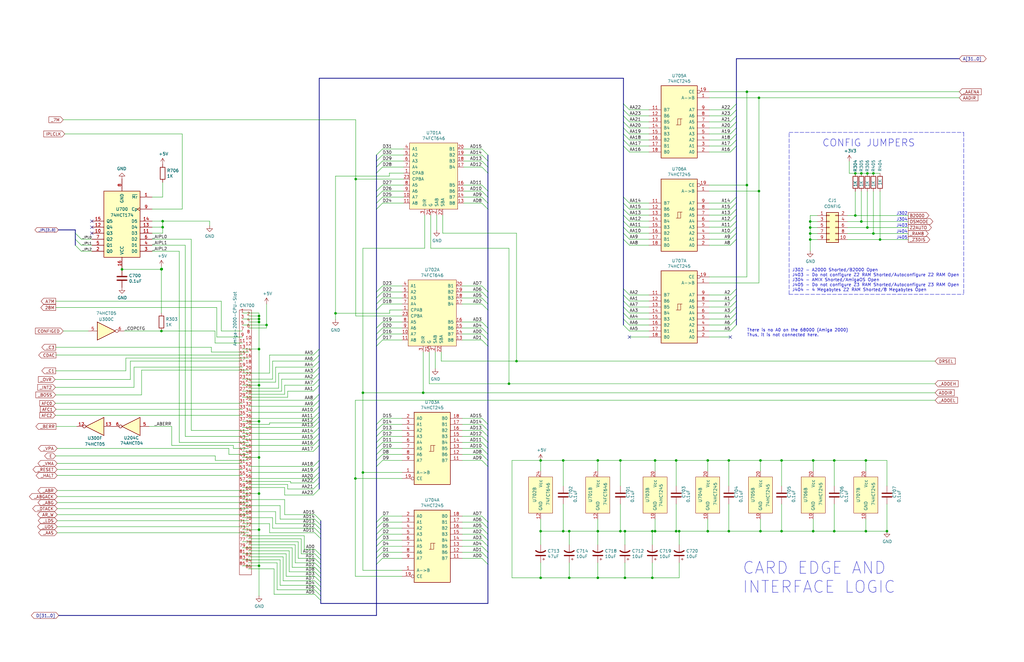
<source format=kicad_sch>
(kicad_sch (version 20211123) (generator eeschema)
  (paper "B")
  (title_block (title "Amiga N2630") (date "2023-02-17") (rev "4.0.0a"))
  (junction (at 363.22 93.472))
  (junction (at 276.225 194.31))
  (junction (at 109.22 133.35))
  (junction (at 285.115 224.155))
  (junction (at 214.63 161.925))
  (junction (at 217.805 152.4))
  (junction (at 263.525 224.155))
  (junction (at 112.395 137.16))
  (junction (at 109.22 193.04))
  (junction (at 314.96 78.105))
  (junction (at 368.3 73.152))
  (junction (at 341.63 101.092))
  (junction (at 285.115 194.31))
  (junction (at 51.435 113.665))
  (junction (at 68.072 113.665))
  (junction (at 275.082 243.84))
  (junction (at 109.22 238.76))
  (junction (at 227.965 243.84))
  (junction (at 320.04 41.275))
  (junction (at 237.49 224.155))
  (junction (at 341.63 93.472))
  (junction (at 365.76 73.152))
  (junction (at 329.565 224.155))
  (junction (at 329.565 194.31))
  (junction (at 342.9 224.155))
  (junction (at 286.385 224.155))
  (junction (at 342.9 194.31))
  (junction (at 341.63 98.552))
  (junction (at 153.035 165.735))
  (junction (at 368.3 98.552))
  (junction (at 360.68 90.932))
  (junction (at 276.225 224.155))
  (junction (at 178.435 165.735))
  (junction (at 371.094 101.092))
  (junction (at 341.63 96.012))
  (junction (at 307.34 194.31))
  (junction (at 252.095 194.31))
  (junction (at 307.34 224.155))
  (junction (at 363.22 73.152))
  (junction (at 374.015 224.155))
  (junction (at 109.22 177.8))
  (junction (at 141.478 132.207))
  (junction (at 261.62 194.31))
  (junction (at 252.095 243.84))
  (junction (at 263.525 243.84))
  (junction (at 365.125 194.31))
  (junction (at 360.68 73.152))
  (junction (at 365.76 96.012))
  (junction (at 109.22 208.28))
  (junction (at 68.199 113.538))
  (junction (at 149.86 201.93))
  (junction (at 68.072 113.538))
  (junction (at 237.49 194.31))
  (junction (at 275.082 224.155))
  (junction (at 227.965 224.155))
  (junction (at 320.04 80.645))
  (junction (at 109.22 223.52))
  (junction (at 227.965 194.31))
  (junction (at 320.675 224.155))
  (junction (at 109.22 135.89))
  (junction (at 240.03 224.155))
  (junction (at 298.45 194.31))
  (junction (at 68.58 93.345))
  (junction (at 240.03 243.84))
  (junction (at 149.987 75.565))
  (junction (at 261.62 224.155))
  (junction (at 351.79 194.31))
  (junction (at 109.22 147.32))
  (junction (at 314.96 38.735))
  (junction (at 351.79 224.155))
  (junction (at 109.22 134.62))
  (junction (at 109.22 162.56))
  (junction (at 320.675 194.31))
  (junction (at 68.072 139.7))
  (junction (at 153.035 199.39))
  (junction (at 252.095 224.155))
  (junction (at 68.58 95.885))
  (junction (at 365.125 224.155))
  (junction (at 298.45 224.155))
  (no_connect (at 265.43 142.24))
  (no_connect (at 38.735 98.425))
  (no_connect (at 38.735 93.345))
  (no_connect (at 38.735 95.885))
  (no_connect (at 307.975 142.24))
  (bus_entry (at 265.43 98.425) (size -2.54 -2.54))
  (bus_entry (at 132.08 187.96) (size 2.54 -2.54))
  (bus_entry (at 203.2 227.965) (size 2.54 2.54))
  (bus_entry (at 132.715 241.3) (size 2.54 2.54))
  (bus_entry (at 132.715 239.395) (size 2.54 2.54))
  (bus_entry (at 132.715 237.49) (size 2.54 2.54))
  (bus_entry (at 132.715 250.825) (size 2.54 2.54))
  (bus_entry (at 132.715 248.92) (size 2.54 2.54))
  (bus_entry (at 132.715 247.015) (size 2.54 2.54))
  (bus_entry (at 132.715 245.11) (size 2.54 2.54))
  (bus_entry (at 132.715 243.205) (size 2.54 2.54))
  (bus_entry (at 132.715 235.585) (size 2.54 2.54))
  (bus_entry (at 265.43 139.7) (size -2.54 -2.54))
  (bus_entry (at 161.29 125.73) (size -2.54 2.54))
  (bus_entry (at 307.975 95.885) (size 2.54 -2.54))
  (bus_entry (at 307.975 124.46) (size 2.54 -2.54))
  (bus_entry (at 132.08 190.5) (size 2.54 -2.54))
  (bus_entry (at 307.975 127) (size 2.54 -2.54))
  (bus_entry (at 307.975 53.975) (size 2.54 -2.54))
  (bus_entry (at 203.2 230.505) (size 2.54 2.54))
  (bus_entry (at 265.43 100.965) (size -2.54 -2.54))
  (bus_entry (at 265.43 137.16) (size -2.54 -2.54))
  (bus_entry (at 161.29 181.61) (size -2.54 2.54))
  (bus_entry (at 307.975 59.055) (size 2.54 -2.54))
  (bus_entry (at 203.2 233.045) (size 2.54 2.54))
  (bus_entry (at 161.29 220.345) (size -2.54 2.54))
  (bus_entry (at 265.43 64.135) (size -2.54 -2.54))
  (bus_entry (at 34.29 106.045) (size -2.54 -2.54))
  (bus_entry (at 203.2 189.23) (size 2.54 2.54))
  (bus_entry (at 203.2 83.185) (size 2.54 2.54))
  (bus_entry (at 161.29 230.505) (size -2.54 2.54))
  (bus_entry (at 161.29 135.89) (size -2.54 2.54))
  (bus_entry (at 265.43 48.895) (size -2.54 -2.54))
  (bus_entry (at 265.43 132.08) (size -2.54 -2.54))
  (bus_entry (at 132.08 196.85) (size 2.54 -2.54))
  (bus_entry (at 132.08 165.1) (size 2.54 -2.54))
  (bus_entry (at 132.08 162.56) (size 2.54 -2.54))
  (bus_entry (at 132.08 160.02) (size 2.54 -2.54))
  (bus_entry (at 132.08 157.48) (size 2.54 -2.54))
  (bus_entry (at 132.08 154.94) (size 2.54 -2.54))
  (bus_entry (at 132.08 152.4) (size 2.54 -2.54))
  (bus_entry (at 132.08 149.86) (size 2.54 -2.54))
  (bus_entry (at 203.2 65.405) (size 2.54 2.54))
  (bus_entry (at 307.975 51.435) (size 2.54 -2.54))
  (bus_entry (at 265.43 129.54) (size -2.54 -2.54))
  (bus_entry (at 161.29 235.585) (size -2.54 2.54))
  (bus_entry (at 203.2 143.51) (size 2.54 2.54))
  (bus_entry (at 203.2 181.61) (size 2.54 2.54))
  (bus_entry (at 262.89 100.965) (size 2.54 2.54))
  (bus_entry (at 265.43 90.805) (size -2.54 -2.54))
  (bus_entry (at 34.29 103.505) (size -2.54 -2.54))
  (bus_entry (at 203.2 70.485) (size 2.54 2.54))
  (bus_entry (at 307.975 139.7) (size 2.54 -2.54))
  (bus_entry (at 203.2 222.885) (size 2.54 2.54))
  (bus_entry (at 132.08 173.99) (size 2.54 -2.54))
  (bus_entry (at 203.2 179.07) (size 2.54 2.54))
  (bus_entry (at 161.29 80.645) (size -2.54 2.54))
  (bus_entry (at 265.43 53.975) (size -2.54 -2.54))
  (bus_entry (at 34.29 100.965) (size -2.54 -2.54))
  (bus_entry (at 203.2 62.865) (size 2.54 2.54))
  (bus_entry (at 161.29 222.885) (size -2.54 2.54))
  (bus_entry (at 203.2 220.345) (size 2.54 2.54))
  (bus_entry (at 161.29 179.07) (size -2.54 2.54))
  (bus_entry (at 132.715 233.68) (size 2.54 2.54))
  (bus_entry (at 132.715 231.775) (size 2.54 2.54))
  (bus_entry (at 132.715 224.79) (size 2.54 2.54))
  (bus_entry (at 132.715 222.885) (size 2.54 2.54))
  (bus_entry (at 132.715 220.98) (size 2.54 2.54))
  (bus_entry (at 132.715 219.075) (size 2.54 2.54))
  (bus_entry (at 132.715 217.17) (size 2.54 2.54))
  (bus_entry (at 161.29 176.53) (size -2.54 2.54))
  (bus_entry (at 132.08 185.42) (size 2.54 -2.54))
  (bus_entry (at 307.975 98.425) (size 2.54 -2.54))
  (bus_entry (at 203.2 191.77) (size 2.54 2.54))
  (bus_entry (at 307.975 100.965) (size 2.54 -2.54))
  (bus_entry (at 307.975 93.345) (size 2.54 -2.54))
  (bus_entry (at 203.2 138.43) (size 2.54 2.54))
  (bus_entry (at 265.43 124.46) (size -2.54 -2.54))
  (bus_entry (at 307.975 46.355) (size 2.54 -2.54))
  (bus_entry (at 307.975 90.805) (size 2.54 -2.54))
  (bus_entry (at 307.975 103.505) (size 2.54 -2.54))
  (bus_entry (at 161.29 233.045) (size -2.54 2.54))
  (bus_entry (at 203.2 128.27) (size 2.54 2.54))
  (bus_entry (at 307.975 56.515) (size 2.54 -2.54))
  (bus_entry (at 203.2 123.19) (size 2.54 2.54))
  (bus_entry (at 203.2 140.97) (size 2.54 2.54))
  (bus_entry (at 265.43 59.055) (size -2.54 -2.54))
  (bus_entry (at 161.29 140.97) (size -2.54 2.54))
  (bus_entry (at 132.08 201.93) (size 2.54 -2.54))
  (bus_entry (at 161.29 85.725) (size -2.54 2.54))
  (bus_entry (at 161.29 186.69) (size -2.54 2.54))
  (bus_entry (at 132.08 182.88) (size 2.54 -2.54))
  (bus_entry (at 203.2 176.53) (size 2.54 2.54))
  (bus_entry (at 161.29 143.51) (size -2.54 2.54))
  (bus_entry (at 132.08 178.435) (size 2.54 -2.54))
  (bus_entry (at 203.2 80.645) (size 2.54 2.54))
  (bus_entry (at 161.29 83.185) (size -2.54 2.54))
  (bus_entry (at 265.43 134.62) (size -2.54 -2.54))
  (bus_entry (at 161.29 194.31) (size -2.54 2.54))
  (bus_entry (at 265.43 95.885) (size -2.54 -2.54))
  (bus_entry (at 265.43 88.265) (size -2.54 -2.54))
  (bus_entry (at 132.08 199.39) (size 2.54 -2.54))
  (bus_entry (at 203.2 120.65) (size 2.54 2.54))
  (bus_entry (at 161.29 123.19) (size -2.54 2.54))
  (bus_entry (at 265.43 85.725) (size -2.54 -2.54))
  (bus_entry (at 132.08 171.45) (size 2.54 -2.54))
  (bus_entry (at 161.29 225.425) (size -2.54 2.54))
  (bus_entry (at 161.29 138.43) (size -2.54 2.54))
  (bus_entry (at 161.29 67.945) (size -2.54 2.54))
  (bus_entry (at 203.2 186.69) (size 2.54 2.54))
  (bus_entry (at 132.08 176.53) (size 2.54 -2.54))
  (bus_entry (at 307.975 129.54) (size 2.54 -2.54))
  (bus_entry (at 161.29 128.27) (size -2.54 2.54))
  (bus_entry (at 161.29 227.965) (size -2.54 2.54))
  (bus_entry (at 265.43 127) (size -2.54 -2.54))
  (bus_entry (at 161.29 184.15) (size -2.54 2.54))
  (bus_entry (at 265.43 51.435) (size -2.54 -2.54))
  (bus_entry (at 203.2 125.73) (size 2.54 2.54))
  (bus_entry (at 203.2 85.725) (size 2.54 2.54))
  (bus_entry (at 307.975 137.16) (size 2.54 -2.54))
  (bus_entry (at 132.08 168.91) (size 2.54 -2.54))
  (bus_entry (at 203.2 135.89) (size 2.54 2.54))
  (bus_entry (at 161.29 189.23) (size -2.54 2.54))
  (bus_entry (at 161.29 78.105) (size -2.54 2.54))
  (bus_entry (at 132.08 180.34) (size 2.54 -2.54))
  (bus_entry (at 161.29 65.405) (size -2.54 2.54))
  (bus_entry (at 307.975 64.135) (size 2.54 -2.54))
  (bus_entry (at 203.2 67.945) (size 2.54 2.54))
  (bus_entry (at 203.2 194.31) (size 2.54 2.54))
  (bus_entry (at 265.43 93.345) (size -2.54 -2.54))
  (bus_entry (at 307.975 88.265) (size 2.54 -2.54))
  (bus_entry (at 203.2 184.15) (size 2.54 2.54))
  (bus_entry (at 307.975 48.895) (size 2.54 -2.54))
  (bus_entry (at 132.08 208.915) (size 2.54 -2.54))
  (bus_entry (at 132.08 203.835) (size 2.54 -2.54))
  (bus_entry (at 132.08 206.375) (size 2.54 -2.54))
  (bus_entry (at 161.29 191.77) (size -2.54 2.54))
  (bus_entry (at 203.2 217.805) (size 2.54 2.54))
  (bus_entry (at 307.975 85.725) (size 2.54 -2.54))
  (bus_entry (at 158.75 123.19) (size 2.54 -2.54))
  (bus_entry (at 203.2 235.585) (size 2.54 2.54))
  (bus_entry (at 158.75 65.405) (size 2.54 -2.54))
  (bus_entry (at 161.29 217.805) (size -2.54 2.54))
  (bus_entry (at 265.43 61.595) (size -2.54 -2.54))
  (bus_entry (at 203.2 78.105) (size 2.54 2.54))
  (bus_entry (at 265.43 56.515) (size -2.54 -2.54))
  (bus_entry (at 307.975 61.595) (size 2.54 -2.54))
  (bus_entry (at 265.43 46.355) (size -2.54 -2.54))
  (bus_entry (at 307.975 134.62) (size 2.54 -2.54))
  (bus_entry (at 307.975 132.08) (size 2.54 -2.54))
  (bus_entry (at 203.2 225.425) (size 2.54 2.54))
  (bus_entry (at 161.29 70.485) (size -2.54 2.54))
  (wire (pts (xy 273.685 142.24) (xy 265.43 142.24)))
  (bus (pts (xy 205.74 194.31) (xy 205.74 196.85)))
  (bus (pts (xy 134.62 154.94) (xy 134.62 157.48)))
  (wire (pts (xy 120.015 162.56) (xy 120.015 166.37)))
  (wire (pts (xy 113.665 220.98) (xy 113.665 224.79)))
  (wire (pts (xy 273.685 95.885) (xy 265.43 95.885)))
  (wire (pts (xy 102.235 167.64) (xy 121.285 167.64)))
  (wire (pts (xy 374.015 194.31) (xy 374.015 205.105)))
  (wire (pts (xy 102.235 231.14) (xy 123.19 231.14)))
  (wire (pts (xy 96.52 189.23) (xy 24.13 189.23)))
  (bus (pts (xy 205.74 88.265) (xy 205.74 123.19)))
  (wire (pts (xy 169.545 140.97) (xy 161.29 140.97)))
  (wire (pts (xy 194.945 184.15) (xy 203.2 184.15)))
  (wire (pts (xy 263.525 243.84) (xy 275.082 243.84)))
  (bus (pts (xy 158.75 80.645) (xy 158.75 83.185)))
  (bus (pts (xy 262.89 129.54) (xy 262.89 132.08)))
  (wire (pts (xy 121.92 241.3) (xy 132.715 241.3)))
  (wire (pts (xy 128.27 226.06) (xy 128.27 231.775)))
  (bus (pts (xy 158.75 235.585) (xy 158.75 238.125)))
  (wire (pts (xy 104.775 138.43) (xy 112.395 138.43)))
  (wire (pts (xy 194.945 227.965) (xy 203.2 227.965)))
  (bus (pts (xy 135.255 223.52) (xy 135.255 225.425)))
  (wire (pts (xy 169.545 143.51) (xy 161.29 143.51)))
  (wire (pts (xy 26.67 139.7) (xy 37.211 139.7)))
  (wire (pts (xy 286.385 229.87) (xy 286.385 224.155)))
  (wire (pts (xy 104.775 156.21) (xy 59.69 156.21)))
  (bus (pts (xy 135.255 240.03) (xy 135.255 241.935)))
  (bus (pts (xy 262.89 98.425) (xy 262.89 100.965)))
  (wire (pts (xy 368.3 98.552) (xy 383.032 98.552)))
  (wire (pts (xy 109.22 132.08) (xy 109.22 133.35)))
  (wire (pts (xy 104.775 173.99) (xy 132.08 173.99)))
  (wire (pts (xy 52.451 139.7) (xy 68.072 139.7)))
  (wire (pts (xy 365.125 198.755) (xy 365.125 194.31)))
  (wire (pts (xy 102.235 132.08) (xy 109.22 132.08)))
  (wire (pts (xy 153.035 199.39) (xy 153.035 240.665)))
  (wire (pts (xy 90.805 194.31) (xy 90.805 192.405)))
  (wire (pts (xy 273.685 88.265) (xy 265.43 88.265)))
  (wire (pts (xy 299.085 85.725) (xy 307.975 85.725)))
  (wire (pts (xy 357.378 101.092) (xy 371.094 101.092)))
  (wire (pts (xy 320.675 194.31) (xy 329.565 194.31)))
  (wire (pts (xy 149.86 243.205) (xy 169.545 243.205)))
  (wire (pts (xy 89.154 146.558) (xy 89.154 148.59)))
  (wire (pts (xy 78.105 103.505) (xy 78.105 184.15)))
  (wire (pts (xy 112.395 137.16) (xy 112.395 128.27)))
  (wire (pts (xy 227.965 194.31) (xy 237.49 194.31)))
  (wire (pts (xy 299.085 53.975) (xy 307.975 53.975)))
  (wire (pts (xy 27.305 56.515) (xy 76.835 56.515)))
  (wire (pts (xy 276.225 194.31) (xy 285.115 194.31)))
  (wire (pts (xy 276.225 198.755) (xy 276.225 194.31)))
  (wire (pts (xy 286.385 243.84) (xy 286.385 237.49)))
  (bus (pts (xy 134.62 177.8) (xy 134.62 180.34)))
  (bus (pts (xy 262.89 90.805) (xy 262.89 93.345)))
  (wire (pts (xy 102.235 149.86) (xy 23.622 149.86)))
  (wire (pts (xy 341.63 90.932) (xy 341.63 93.472)))
  (wire (pts (xy 102.235 187.96) (xy 132.08 187.96)))
  (wire (pts (xy 169.545 191.77) (xy 161.29 191.77)))
  (wire (pts (xy 169.545 179.07) (xy 161.29 179.07)))
  (wire (pts (xy 153.035 240.665) (xy 169.545 240.665)))
  (bus (pts (xy 310.515 53.975) (xy 310.515 56.515)))
  (wire (pts (xy 102.235 198.12) (xy 24.13 198.12)))
  (bus (pts (xy 205.74 179.07) (xy 205.74 181.61)))
  (wire (pts (xy 102.235 236.22) (xy 118.11 236.22)))
  (bus (pts (xy 310.515 51.435) (xy 310.515 53.975)))
  (wire (pts (xy 169.545 189.23) (xy 161.29 189.23)))
  (wire (pts (xy 104.775 191.77) (xy 96.52 191.77)))
  (wire (pts (xy 104.775 196.85) (xy 132.08 196.85)))
  (wire (pts (xy 120.015 217.17) (xy 132.715 217.17)))
  (wire (pts (xy 195.58 70.485) (xy 203.2 70.485)))
  (wire (pts (xy 194.945 194.31) (xy 203.2 194.31)))
  (wire (pts (xy 170.18 70.485) (xy 161.29 70.485)))
  (bus (pts (xy 134.62 152.4) (xy 134.62 154.94)))
  (wire (pts (xy 217.805 152.4) (xy 394.335 152.4)))
  (wire (pts (xy 341.63 101.092) (xy 341.63 105.918)))
  (wire (pts (xy 113.665 157.48) (xy 113.665 149.86)))
  (wire (pts (xy 104.775 184.15) (xy 78.105 184.15)))
  (bus (pts (xy 134.62 33.02) (xy 134.62 147.32)))
  (wire (pts (xy 169.545 186.69) (xy 161.29 186.69)))
  (wire (pts (xy 314.96 38.735) (xy 299.085 38.735)))
  (bus (pts (xy 205.74 140.97) (xy 205.74 143.51)))
  (wire (pts (xy 169.545 220.345) (xy 161.29 220.345)))
  (bus (pts (xy 262.89 95.885) (xy 262.89 98.425)))
  (wire (pts (xy 194.945 143.51) (xy 203.2 143.51)))
  (wire (pts (xy 341.63 96.012) (xy 341.63 98.552)))
  (bus (pts (xy 310.515 95.885) (xy 310.515 98.425)))
  (wire (pts (xy 109.22 208.28) (xy 109.22 223.52)))
  (wire (pts (xy 149.86 201.93) (xy 149.86 243.205)))
  (bus (pts (xy 158.75 233.045) (xy 158.75 235.585)))
  (wire (pts (xy 118.11 219.075) (xy 132.715 219.075)))
  (wire (pts (xy 56.515 163.449) (xy 56.515 154.94)))
  (bus (pts (xy 262.89 85.725) (xy 262.89 88.265)))
  (wire (pts (xy 170.18 65.405) (xy 161.29 65.405)))
  (bus (pts (xy 31.75 98.425) (xy 31.75 100.965)))
  (wire (pts (xy 102.235 152.4) (xy 54.991 152.4)))
  (wire (pts (xy 194.945 176.53) (xy 203.2 176.53)))
  (bus (pts (xy 205.74 85.725) (xy 205.74 88.265)))
  (bus (pts (xy 134.62 166.37) (xy 134.62 168.91)))
  (wire (pts (xy 342.9 198.755) (xy 342.9 194.31)))
  (wire (pts (xy 109.22 193.04) (xy 109.22 208.28)))
  (wire (pts (xy 113.665 224.79) (xy 132.715 224.79)))
  (bus (pts (xy 134.62 199.39) (xy 134.62 201.295)))
  (wire (pts (xy 104.775 217.17) (xy 24.13 217.17)))
  (wire (pts (xy 104.775 148.59) (xy 89.154 148.59)))
  (wire (pts (xy 102.235 180.34) (xy 132.08 180.34)))
  (wire (pts (xy 178.435 165.735) (xy 153.035 165.735)))
  (bus (pts (xy 262.89 51.435) (xy 262.89 53.975)))
  (bus (pts (xy 310.515 43.815) (xy 310.515 46.355)))
  (bus (pts (xy 310.515 129.54) (xy 310.515 132.08)))
  (bus (pts (xy 135.255 245.745) (xy 135.255 247.65)))
  (bus (pts (xy 262.89 33.02) (xy 134.62 33.02)))
  (wire (pts (xy 178.435 165.735) (xy 178.435 148.59)))
  (bus (pts (xy 158.75 70.485) (xy 158.75 73.025)))
  (wire (pts (xy 273.685 56.515) (xy 265.43 56.515)))
  (wire (pts (xy 299.085 132.08) (xy 307.975 132.08)))
  (wire (pts (xy 122.555 203.2) (xy 122.555 203.835)))
  (bus (pts (xy 158.75 138.43) (xy 158.75 140.97)))
  (wire (pts (xy 23.622 172.72) (xy 102.235 172.72)))
  (wire (pts (xy 64.135 98.425) (xy 68.58 98.425)))
  (wire (pts (xy 285.115 224.155) (xy 286.385 224.155)))
  (wire (pts (xy 314.96 78.105) (xy 314.96 38.735)))
  (wire (pts (xy 109.22 162.56) (xy 109.22 177.8)))
  (wire (pts (xy 104.775 135.89) (xy 109.22 135.89)))
  (wire (pts (xy 68.58 95.885) (xy 68.58 98.425)))
  (bus (pts (xy 205.74 146.05) (xy 205.74 179.07)))
  (bus (pts (xy 158.75 128.27) (xy 158.75 130.81)))
  (wire (pts (xy 170.18 62.865) (xy 161.29 62.865)))
  (bus (pts (xy 31.75 97.028) (xy 31.75 98.425)))
  (wire (pts (xy 169.545 230.505) (xy 161.29 230.505)))
  (wire (pts (xy 307.975 142.24) (xy 299.085 142.24)))
  (wire (pts (xy 102.235 165.1) (xy 118.745 165.1)))
  (bus (pts (xy 158.75 196.85) (xy 158.75 220.345)))
  (wire (pts (xy 118.11 247.015) (xy 132.715 247.015)))
  (bus (pts (xy 158.75 186.69) (xy 158.75 189.23)))
  (bus (pts (xy 205.74 67.945) (xy 205.74 70.485)))
  (wire (pts (xy 88.392 93.345) (xy 88.392 95.25)))
  (wire (pts (xy 102.235 142.24) (xy 91.44 142.24)))
  (wire (pts (xy 120.015 208.915) (xy 132.08 208.915)))
  (wire (pts (xy 102.235 220.98) (xy 113.665 220.98)))
  (wire (pts (xy 104.775 201.93) (xy 132.08 201.93)))
  (wire (pts (xy 273.685 61.595) (xy 265.43 61.595)))
  (wire (pts (xy 273.685 85.725) (xy 265.43 85.725)))
  (wire (pts (xy 104.775 207.01) (xy 24.13 207.01)))
  (bus (pts (xy 158.75 227.965) (xy 158.75 230.505)))
  (wire (pts (xy 320.04 41.275) (xy 299.085 41.275)))
  (bus (pts (xy 205.74 225.425) (xy 205.74 227.965)))
  (wire (pts (xy 23.241 160.147) (xy 54.991 160.147)))
  (wire (pts (xy 365.76 73.152) (xy 368.3 73.152)))
  (wire (pts (xy 357.378 93.472) (xy 363.22 93.472)))
  (wire (pts (xy 299.085 98.425) (xy 307.975 98.425)))
  (wire (pts (xy 368.3 80.772) (xy 368.3 98.552)))
  (wire (pts (xy 124.46 237.49) (xy 132.715 237.49)))
  (wire (pts (xy 115.57 240.03) (xy 115.57 250.825)))
  (bus (pts (xy 135.255 221.615) (xy 135.255 223.52)))
  (wire (pts (xy 109.22 133.35) (xy 109.22 134.62)))
  (bus (pts (xy 134.62 175.895) (xy 134.62 177.8)))
  (bus (pts (xy 134.62 180.34) (xy 134.62 182.88)))
  (wire (pts (xy 102.235 193.04) (xy 109.22 193.04)))
  (wire (pts (xy 273.685 51.435) (xy 265.43 51.435)))
  (bus (pts (xy 262.89 121.92) (xy 262.89 124.46)))
  (wire (pts (xy 122.555 203.835) (xy 132.08 203.835)))
  (wire (pts (xy 59.69 166.624) (xy 59.69 156.21)))
  (bus (pts (xy 158.75 67.945) (xy 158.75 70.485)))
  (wire (pts (xy 299.085 100.965) (xy 307.975 100.965)))
  (wire (pts (xy 51.435 113.665) (xy 68.072 113.665)))
  (bus (pts (xy 205.74 184.15) (xy 205.74 186.69)))
  (wire (pts (xy 102.235 144.78) (xy 90.678 144.78)))
  (wire (pts (xy 169.545 130.81) (xy 164.338 130.81)))
  (wire (pts (xy 363.22 93.472) (xy 383.032 93.472)))
  (wire (pts (xy 109.22 135.89) (xy 109.22 147.32)))
  (bus (pts (xy 158.75 189.23) (xy 158.75 191.77)))
  (wire (pts (xy 320.675 198.755) (xy 320.675 194.31)))
  (wire (pts (xy 68.58 83.185) (xy 64.135 83.185)))
  (wire (pts (xy 195.58 80.645) (xy 203.2 80.645)))
  (bus (pts (xy 158.75 220.345) (xy 158.75 222.885)))
  (wire (pts (xy 53.086 151.13) (xy 53.086 156.464)))
  (wire (pts (xy 169.545 184.15) (xy 161.29 184.15)))
  (wire (pts (xy 351.79 194.31) (xy 365.125 194.31)))
  (wire (pts (xy 120.015 205.74) (xy 120.015 208.915)))
  (bus (pts (xy 135.255 219.71) (xy 135.255 221.615)))
  (bus (pts (xy 310.515 61.595) (xy 310.515 83.185)))
  (wire (pts (xy 252.095 224.155) (xy 261.62 224.155)))
  (wire (pts (xy 194.945 181.61) (xy 203.2 181.61)))
  (wire (pts (xy 102.235 203.2) (xy 122.555 203.2)))
  (bus (pts (xy 135.255 247.65) (xy 135.255 249.555)))
  (wire (pts (xy 195.58 83.185) (xy 203.2 83.185)))
  (bus (pts (xy 310.515 134.62) (xy 310.515 137.16)))
  (bus (pts (xy 158.75 191.77) (xy 158.75 194.31)))
  (wire (pts (xy 132.08 178.435) (xy 113.665 178.435)))
  (wire (pts (xy 299.085 93.345) (xy 307.975 93.345)))
  (wire (pts (xy 102.235 182.88) (xy 132.08 182.88)))
  (wire (pts (xy 214.63 161.925) (xy 180.975 161.925)))
  (wire (pts (xy 240.03 229.87) (xy 240.03 224.155)))
  (wire (pts (xy 299.085 78.105) (xy 314.96 78.105)))
  (wire (pts (xy 169.545 176.53) (xy 161.29 176.53)))
  (wire (pts (xy 102.235 137.16) (xy 112.395 137.16)))
  (wire (pts (xy 116.205 220.98) (xy 132.715 220.98)))
  (bus (pts (xy 135.255 251.46) (xy 135.255 253.365)))
  (wire (pts (xy 170.18 78.105) (xy 161.29 78.105)))
  (wire (pts (xy 194.945 191.77) (xy 203.2 191.77)))
  (wire (pts (xy 299.085 56.515) (xy 307.975 56.515)))
  (wire (pts (xy 102.235 205.74) (xy 120.015 205.74)))
  (wire (pts (xy 195.58 85.725) (xy 203.2 85.725)))
  (wire (pts (xy 38.735 103.505) (xy 34.29 103.505)))
  (wire (pts (xy 261.62 194.31) (xy 276.225 194.31)))
  (wire (pts (xy 374.015 224.155) (xy 374.015 212.725)))
  (wire (pts (xy 153.035 165.735) (xy 153.035 104.775)))
  (bus (pts (xy 310.515 127) (xy 310.515 129.54)))
  (wire (pts (xy 64.135 93.345) (xy 68.58 93.345)))
  (wire (pts (xy 237.49 224.155) (xy 240.03 224.155)))
  (wire (pts (xy 102.235 134.62) (xy 109.22 134.62)))
  (wire (pts (xy 194.945 220.345) (xy 203.2 220.345)))
  (wire (pts (xy 320.04 80.645) (xy 320.04 41.275)))
  (wire (pts (xy 64.135 95.885) (xy 68.58 95.885)))
  (wire (pts (xy 181.61 104.775) (xy 214.63 104.775)))
  (wire (pts (xy 217.805 152.4) (xy 186.055 152.4)))
  (wire (pts (xy 102.235 228.6) (xy 125.73 228.6)))
  (wire (pts (xy 102.235 226.06) (xy 128.27 226.06)))
  (wire (pts (xy 102.235 195.58) (xy 24.13 195.58)))
  (wire (pts (xy 164.338 130.81) (xy 164.338 132.207)))
  (wire (pts (xy 169.545 225.425) (xy 161.29 225.425)))
  (bus (pts (xy 135.255 236.22) (xy 135.255 238.125)))
  (wire (pts (xy 104.775 161.29) (xy 116.205 161.29)))
  (wire (pts (xy 116.205 215.9) (xy 116.205 220.98)))
  (bus (pts (xy 310.515 121.92) (xy 310.515 124.46)))
  (wire (pts (xy 351.79 224.155) (xy 365.125 224.155)))
  (wire (pts (xy 299.085 124.46) (xy 307.975 124.46)))
  (bus (pts (xy 134.62 201.295) (xy 134.62 203.835)))
  (wire (pts (xy 121.92 232.41) (xy 121.92 241.3)))
  (bus (pts (xy 205.74 80.645) (xy 205.74 83.185)))
  (wire (pts (xy 104.775 212.09) (xy 24.13 212.09)))
  (wire (pts (xy 169.545 135.89) (xy 161.29 135.89)))
  (wire (pts (xy 344.678 93.472) (xy 341.63 93.472)))
  (bus (pts (xy 134.62 203.835) (xy 134.62 206.375)))
  (bus (pts (xy 205.74 70.485) (xy 205.74 73.025)))
  (bus (pts (xy 262.89 88.265) (xy 262.89 90.805)))
  (wire (pts (xy 320.675 224.155) (xy 329.565 224.155)))
  (wire (pts (xy 252.095 198.755) (xy 252.095 194.31)))
  (wire (pts (xy 195.58 67.945) (xy 203.2 67.945)))
  (bus (pts (xy 262.89 33.02) (xy 262.89 43.815)))
  (wire (pts (xy 102.235 157.48) (xy 113.665 157.48)))
  (wire (pts (xy 116.84 237.49) (xy 116.84 248.92)))
  (wire (pts (xy 120.015 210.82) (xy 120.015 217.17)))
  (bus (pts (xy 158.75 140.97) (xy 158.75 143.51)))
  (wire (pts (xy 169.545 222.885) (xy 161.29 222.885)))
  (wire (pts (xy 23.368 175.26) (xy 102.235 175.26)))
  (wire (pts (xy 109.22 177.8) (xy 109.22 193.04)))
  (wire (pts (xy 314.96 116.84) (xy 314.96 78.105)))
  (bus (pts (xy 262.89 93.345) (xy 262.89 95.885)))
  (wire (pts (xy 240.03 243.84) (xy 252.095 243.84)))
  (bus (pts (xy 158.75 83.185) (xy 158.75 85.725)))
  (bus (pts (xy 310.515 85.725) (xy 310.515 88.265)))
  (wire (pts (xy 344.678 101.092) (xy 341.63 101.092)))
  (bus (pts (xy 205.74 235.585) (xy 205.74 238.125)))
  (wire (pts (xy 344.678 98.552) (xy 341.63 98.552)))
  (wire (pts (xy 104.775 224.79) (xy 24.13 224.79)))
  (wire (pts (xy 357.378 90.932) (xy 360.68 90.932)))
  (wire (pts (xy 320.675 219.075) (xy 320.675 224.155)))
  (wire (pts (xy 263.525 224.155) (xy 275.082 224.155)))
  (wire (pts (xy 72.39 179.959) (xy 72.39 187.96)))
  (wire (pts (xy 240.03 224.155) (xy 252.095 224.155)))
  (wire (pts (xy 329.565 194.31) (xy 342.9 194.31)))
  (bus (pts (xy 205.74 220.345) (xy 205.74 222.885)))
  (wire (pts (xy 119.38 245.11) (xy 132.715 245.11)))
  (wire (pts (xy 118.11 213.36) (xy 118.11 219.075)))
  (wire (pts (xy 104.775 209.55) (xy 24.13 209.55)))
  (wire (pts (xy 102.235 162.56) (xy 109.22 162.56)))
  (wire (pts (xy 113.665 178.435) (xy 113.665 179.07)))
  (wire (pts (xy 298.45 194.31) (xy 307.34 194.31)))
  (wire (pts (xy 194.945 189.23) (xy 203.2 189.23)))
  (bus (pts (xy 310.515 59.055) (xy 310.515 61.595)))
  (wire (pts (xy 132.08 165.1) (xy 121.285 165.1)))
  (bus (pts (xy 205.74 73.025) (xy 205.74 80.645)))
  (wire (pts (xy 26.67 50.546) (xy 149.987 50.546)))
  (wire (pts (xy 298.45 219.075) (xy 298.45 224.155)))
  (wire (pts (xy 186.055 152.4) (xy 186.055 148.59)))
  (wire (pts (xy 194.945 235.585) (xy 203.2 235.585)))
  (wire (pts (xy 365.76 96.012) (xy 383.032 96.012)))
  (wire (pts (xy 104.775 227.33) (xy 127 227.33)))
  (wire (pts (xy 23.495 166.624) (xy 59.69 166.624)))
  (wire (pts (xy 149.987 50.546) (xy 149.987 75.565)))
  (bus (pts (xy 310.515 83.185) (xy 310.515 85.725)))
  (wire (pts (xy 169.545 125.73) (xy 161.29 125.73)))
  (wire (pts (xy 273.685 53.975) (xy 265.43 53.975)))
  (wire (pts (xy 299.085 103.505) (xy 307.975 103.505)))
  (wire (pts (xy 371.094 101.092) (xy 383.032 101.092)))
  (wire (pts (xy 320.04 41.275) (xy 404.495 41.275)))
  (bus (pts (xy 134.62 194.31) (xy 134.62 196.85)))
  (wire (pts (xy 141.478 74.295) (xy 164.211 74.295)))
  (wire (pts (xy 299.085 61.595) (xy 307.975 61.595)))
  (wire (pts (xy 307.34 212.725) (xy 307.34 224.155)))
  (wire (pts (xy 104.775 199.39) (xy 132.08 199.39)))
  (wire (pts (xy 275.082 224.155) (xy 276.225 224.155)))
  (wire (pts (xy 273.685 59.055) (xy 265.43 59.055)))
  (wire (pts (xy 273.685 139.7) (xy 265.43 139.7)))
  (wire (pts (xy 261.62 205.105) (xy 261.62 194.31)))
  (bus (pts (xy 205.74 65.405) (xy 205.74 67.945)))
  (bus (pts (xy 310.515 88.265) (xy 310.515 90.805)))
  (wire (pts (xy 149.987 75.565) (xy 170.18 75.565)))
  (wire (pts (xy 351.79 205.105) (xy 351.79 194.31)))
  (wire (pts (xy 341.63 98.552) (xy 341.63 101.092)))
  (wire (pts (xy 102.235 238.76) (xy 109.22 238.76)))
  (bus (pts (xy 262.89 124.46) (xy 262.89 127)))
  (bus (pts (xy 135.255 241.935) (xy 135.255 243.84)))
  (wire (pts (xy 286.385 224.155) (xy 298.45 224.155)))
  (wire (pts (xy 215.9 194.31) (xy 227.965 194.31)))
  (wire (pts (xy 68.072 112.395) (xy 68.072 113.538)))
  (wire (pts (xy 104.775 214.63) (xy 24.13 214.63)))
  (wire (pts (xy 195.58 78.105) (xy 203.2 78.105)))
  (wire (pts (xy 68.58 93.345) (xy 68.58 95.885)))
  (wire (pts (xy 273.685 132.08) (xy 265.43 132.08)))
  (bus (pts (xy 205.74 196.85) (xy 205.74 220.345)))
  (wire (pts (xy 169.545 217.805) (xy 161.29 217.805)))
  (wire (pts (xy 127 233.68) (xy 132.715 233.68)))
  (wire (pts (xy 104.775 229.87) (xy 124.46 229.87)))
  (wire (pts (xy 102.235 215.9) (xy 116.205 215.9)))
  (wire (pts (xy 169.545 199.39) (xy 153.035 199.39)))
  (wire (pts (xy 123.19 239.395) (xy 132.715 239.395)))
  (bus (pts (xy 134.62 171.45) (xy 134.62 173.99)))
  (wire (pts (xy 195.58 62.865) (xy 203.2 62.865)))
  (wire (pts (xy 118.745 160.02) (xy 118.745 165.1)))
  (wire (pts (xy 90.805 192.405) (xy 23.495 192.405)))
  (bus (pts (xy 205.74 143.51) (xy 205.74 146.05)))
  (wire (pts (xy 169.545 123.19) (xy 161.29 123.19)))
  (wire (pts (xy 23.495 129.794) (xy 91.44 129.794)))
  (wire (pts (xy 217.805 98.425) (xy 217.805 152.4)))
  (bus (pts (xy 158.75 85.725) (xy 158.75 88.265)))
  (wire (pts (xy 275.082 243.84) (xy 286.385 243.84)))
  (wire (pts (xy 227.965 198.755) (xy 227.965 194.31)))
  (wire (pts (xy 170.18 83.185) (xy 161.29 83.185)))
  (bus (pts (xy 262.89 56.515) (xy 262.89 59.055)))
  (wire (pts (xy 109.22 147.32) (xy 109.22 162.56)))
  (wire (pts (xy 38.735 106.045) (xy 34.29 106.045)))
  (wire (pts (xy 227.965 229.87) (xy 227.965 224.155)))
  (wire (pts (xy 153.035 165.735) (xy 153.035 199.39)))
  (wire (pts (xy 344.678 90.932) (xy 341.63 90.932)))
  (wire (pts (xy 120.65 233.68) (xy 120.65 243.205)))
  (wire (pts (xy 342.9 219.075) (xy 342.9 224.155)))
  (bus (pts (xy 205.74 138.43) (xy 205.74 140.97)))
  (bus (pts (xy 205.74 227.965) (xy 205.74 230.505)))
  (wire (pts (xy 273.685 93.345) (xy 265.43 93.345)))
  (wire (pts (xy 117.475 157.48) (xy 117.475 163.83)))
  (wire (pts (xy 252.095 229.87) (xy 252.095 224.155)))
  (wire (pts (xy 164.211 74.295) (xy 164.211 73.025)))
  (bus (pts (xy 262.89 46.355) (xy 262.89 48.895)))
  (wire (pts (xy 23.622 179.959) (xy 32.385 179.959)))
  (wire (pts (xy 118.11 236.22) (xy 118.11 247.015)))
  (bus (pts (xy 135.255 253.365) (xy 135.255 254.635)))
  (wire (pts (xy 275.082 229.87) (xy 275.082 224.155)))
  (bus (pts (xy 158.75 65.405) (xy 158.75 67.945)))
  (bus (pts (xy 205.74 222.885) (xy 205.74 225.425)))
  (wire (pts (xy 273.685 98.425) (xy 265.43 98.425)))
  (wire (pts (xy 363.22 73.152) (xy 365.76 73.152)))
  (bus (pts (xy 158.75 259.715) (xy 24.765 259.715)))
  (wire (pts (xy 141.478 132.207) (xy 141.478 74.295)))
  (bus (pts (xy 31.75 100.965) (xy 31.75 103.505)))
  (wire (pts (xy 98.425 187.96) (xy 72.39 187.96)))
  (wire (pts (xy 358.14 73.152) (xy 360.68 73.152)))
  (wire (pts (xy 54.991 160.147) (xy 54.991 152.4)))
  (bus (pts (xy 205.74 233.045) (xy 205.74 235.585)))
  (wire (pts (xy 363.22 80.772) (xy 363.22 93.472)))
  (wire (pts (xy 276.225 224.155) (xy 285.115 224.155)))
  (wire (pts (xy 104.775 234.95) (xy 119.38 234.95)))
  (wire (pts (xy 68.072 113.538) (xy 68.072 113.665)))
  (wire (pts (xy 90.678 139.7) (xy 90.678 144.78)))
  (bus (pts (xy 134.62 182.88) (xy 134.62 185.42)))
  (wire (pts (xy 102.235 200.66) (xy 24.13 200.66)))
  (wire (pts (xy 285.115 205.105) (xy 285.115 194.31)))
  (wire (pts (xy 104.775 204.47) (xy 121.285 204.47)))
  (bus (pts (xy 158.75 146.05) (xy 158.75 179.07)))
  (wire (pts (xy 299.085 127) (xy 307.975 127)))
  (bus (pts (xy 158.75 143.51) (xy 158.75 146.05)))
  (wire (pts (xy 360.68 90.932) (xy 383.032 90.932)))
  (wire (pts (xy 120.65 243.205) (xy 132.715 243.205)))
  (wire (pts (xy 299.085 46.355) (xy 307.975 46.355)))
  (wire (pts (xy 64.135 106.045) (xy 75.565 106.045)))
  (wire (pts (xy 329.565 212.725) (xy 329.565 224.155)))
  (bus (pts (xy 205.74 238.125) (xy 205.74 254.635)))
  (wire (pts (xy 186.69 90.805) (xy 186.69 98.425)))
  (wire (pts (xy 23.495 146.558) (xy 89.154 146.558)))
  (wire (pts (xy 169.545 128.27) (xy 161.29 128.27)))
  (bus (pts (xy 205.74 189.23) (xy 205.74 191.77)))
  (wire (pts (xy 299.085 80.645) (xy 320.04 80.645)))
  (wire (pts (xy 38.735 100.965) (xy 34.29 100.965)))
  (wire (pts (xy 186.69 98.425) (xy 217.805 98.425)))
  (wire (pts (xy 115.57 250.825) (xy 132.715 250.825)))
  (wire (pts (xy 121.285 206.375) (xy 132.08 206.375)))
  (wire (pts (xy 342.9 194.31) (xy 351.79 194.31)))
  (wire (pts (xy 273.685 90.805) (xy 265.43 90.805)))
  (wire (pts (xy 169.545 138.43) (xy 161.29 138.43)))
  (bus (pts (xy 310.515 98.425) (xy 310.515 100.965)))
  (bus (pts (xy 158.75 125.73) (xy 158.75 128.27)))
  (wire (pts (xy 307.34 194.31) (xy 320.675 194.31)))
  (bus (pts (xy 205.74 125.73) (xy 205.74 128.27)))
  (wire (pts (xy 104.775 189.23) (xy 98.425 189.23)))
  (bus (pts (xy 135.255 234.315) (xy 135.255 236.22)))
  (bus (pts (xy 205.74 130.81) (xy 205.74 138.43)))
  (wire (pts (xy 141.478 132.207) (xy 164.338 132.207)))
  (wire (pts (xy 119.38 234.95) (xy 119.38 245.11)))
  (wire (pts (xy 169.545 194.31) (xy 161.29 194.31)))
  (bus (pts (xy 262.89 83.185) (xy 262.89 85.725)))
  (wire (pts (xy 102.235 139.7) (xy 93.345 139.7)))
  (bus (pts (xy 134.62 149.86) (xy 134.62 152.4)))
  (wire (pts (xy 360.68 73.152) (xy 363.22 73.152)))
  (wire (pts (xy 214.63 161.925) (xy 394.335 161.925)))
  (bus (pts (xy 310.515 24.765) (xy 310.515 43.815)))
  (wire (pts (xy 276.225 219.075) (xy 276.225 224.155)))
  (wire (pts (xy 169.545 181.61) (xy 161.29 181.61)))
  (wire (pts (xy 299.085 137.16) (xy 307.975 137.16)))
  (wire (pts (xy 170.18 85.725) (xy 161.29 85.725)))
  (wire (pts (xy 104.775 219.71) (xy 24.13 219.71)))
  (wire (pts (xy 357.378 96.012) (xy 365.76 96.012)))
  (wire (pts (xy 102.235 147.32) (xy 109.22 147.32)))
  (wire (pts (xy 261.62 224.155) (xy 263.525 224.155)))
  (wire (pts (xy 149.86 168.91) (xy 394.335 168.91)))
  (bus (pts (xy 158.75 123.19) (xy 158.75 125.73)))
  (wire (pts (xy 68.072 139.7) (xy 90.678 139.7)))
  (wire (pts (xy 265.43 103.505) (xy 273.685 103.505)))
  (wire (pts (xy 299.085 116.84) (xy 314.96 116.84)))
  (wire (pts (xy 240.03 237.49) (xy 240.03 243.84)))
  (bus (pts (xy 158.75 184.15) (xy 158.75 186.69)))
  (wire (pts (xy 141.478 132.207) (xy 141.478 134.874)))
  (wire (pts (xy 365.76 80.772) (xy 365.76 96.012)))
  (wire (pts (xy 127 227.33) (xy 127 233.68)))
  (wire (pts (xy 194.945 186.69) (xy 203.2 186.69)))
  (wire (pts (xy 273.685 127) (xy 265.43 127)))
  (wire (pts (xy 285.115 194.31) (xy 298.45 194.31)))
  (wire (pts (xy 252.095 194.31) (xy 261.62 194.31)))
  (bus (pts (xy 134.62 162.56) (xy 134.62 166.37)))
  (wire (pts (xy 181.61 90.805) (xy 181.61 104.775)))
  (wire (pts (xy 102.235 223.52) (xy 109.22 223.52)))
  (wire (pts (xy 132.08 160.02) (xy 118.745 160.02)))
  (wire (pts (xy 299.085 119.38) (xy 320.04 119.38)))
  (bus (pts (xy 310.515 48.895) (xy 310.515 51.435)))
  (wire (pts (xy 178.435 165.735) (xy 394.335 165.735)))
  (wire (pts (xy 114.935 222.885) (xy 132.715 222.885)))
  (bus (pts (xy 24.638 97.028) (xy 31.75 97.028)))
  (wire (pts (xy 93.345 139.7) (xy 93.345 127.127)))
  (wire (pts (xy 194.945 140.97) (xy 203.2 140.97)))
  (wire (pts (xy 273.685 100.965) (xy 265.43 100.965)))
  (wire (pts (xy 62.865 179.959) (xy 72.39 179.959)))
  (wire (pts (xy 237.49 205.105) (xy 237.49 194.31)))
  (wire (pts (xy 298.45 224.155) (xy 307.34 224.155)))
  (wire (pts (xy 365.125 219.075) (xy 365.125 224.155)))
  (wire (pts (xy 104.775 171.45) (xy 132.08 171.45)))
  (wire (pts (xy 109.22 134.62) (xy 109.22 135.89)))
  (wire (pts (xy 113.665 149.86) (xy 132.08 149.86)))
  (wire (pts (xy 68.072 113.665) (xy 68.072 132.08)))
  (wire (pts (xy 194.945 233.045) (xy 203.2 233.045)))
  (wire (pts (xy 102.235 218.44) (xy 114.935 218.44)))
  (wire (pts (xy 102.235 208.28) (xy 109.22 208.28)))
  (bus (pts (xy 158.75 194.31) (xy 158.75 196.85)))
  (bus (pts (xy 158.75 73.025) (xy 158.75 80.645)))
  (wire (pts (xy 114.935 218.44) (xy 114.935 222.885)))
  (wire (pts (xy 285.115 212.725) (xy 285.115 224.155)))
  (wire (pts (xy 76.835 56.515) (xy 76.835 88.265)))
  (polyline (pts (xy 406.4 55.88) (xy 406.4 124.206)))
  (wire (pts (xy 341.63 93.472) (xy 341.63 96.012)))
  (wire (pts (xy 68.58 93.345) (xy 88.392 93.345)))
  (wire (pts (xy 102.235 154.94) (xy 56.515 154.94)))
  (polyline (pts (xy 332.74 55.88) (xy 406.4 55.88)))
  (bus (pts (xy 310.515 46.355) (xy 310.515 48.895)))
  (bus (pts (xy 310.515 93.345) (xy 310.515 95.885)))
  (wire (pts (xy 195.58 65.405) (xy 203.2 65.405)))
  (bus (pts (xy 205.74 230.505) (xy 205.74 233.045)))
  (wire (pts (xy 125.73 235.585) (xy 132.715 235.585)))
  (wire (pts (xy 194.945 138.43) (xy 203.2 138.43)))
  (wire (pts (xy 132.08 162.56) (xy 120.015 162.56)))
  (wire (pts (xy 53.086 151.13) (xy 104.775 151.13)))
  (bus (pts (xy 134.62 187.96) (xy 134.62 194.31)))
  (wire (pts (xy 112.395 138.43) (xy 112.395 137.16)))
  (bus (pts (xy 262.89 59.055) (xy 262.89 61.595)))
  (bus (pts (xy 134.62 185.42) (xy 134.62 187.96)))
  (wire (pts (xy 261.62 212.725) (xy 261.62 224.155)))
  (wire (pts (xy 365.125 194.31) (xy 374.015 194.31)))
  (wire (pts (xy 80.645 100.965) (xy 80.645 181.61)))
  (wire (pts (xy 23.368 163.449) (xy 56.515 163.449)))
  (wire (pts (xy 121.285 204.47) (xy 121.285 206.375)))
  (bus (pts (xy 135.255 254.635) (xy 205.74 254.635)))
  (wire (pts (xy 104.775 240.03) (xy 115.57 240.03)))
  (wire (pts (xy 169.545 201.93) (xy 149.86 201.93)))
  (wire (pts (xy 104.775 133.35) (xy 109.22 133.35)))
  (wire (pts (xy 104.775 176.53) (xy 132.08 176.53)))
  (polyline (pts (xy 332.74 124.206) (xy 406.4 124.206)))
  (wire (pts (xy 116.205 154.94) (xy 116.205 161.29)))
  (wire (pts (xy 104.775 222.25) (xy 24.13 222.25)))
  (wire (pts (xy 194.945 135.89) (xy 203.2 135.89)))
  (bus (pts (xy 310.515 90.805) (xy 310.515 93.345)))
  (wire (pts (xy 124.46 229.87) (xy 124.46 237.49)))
  (wire (pts (xy 104.775 186.69) (xy 75.565 186.69)))
  (wire (pts (xy 365.125 224.155) (xy 374.015 224.155)))
  (wire (pts (xy 273.685 46.355) (xy 265.43 46.355)))
  (wire (pts (xy 215.9 243.84) (xy 215.9 194.31)))
  (wire (pts (xy 299.085 90.805) (xy 307.975 90.805)))
  (wire (pts (xy 183.515 148.59) (xy 183.515 155.575)))
  (wire (pts (xy 53.086 156.464) (xy 23.495 156.464)))
  (bus (pts (xy 134.62 173.99) (xy 134.62 175.895)))
  (wire (pts (xy 314.96 38.735) (xy 404.495 38.735)))
  (wire (pts (xy 194.945 123.19) (xy 203.2 123.19)))
  (bus (pts (xy 134.62 147.32) (xy 134.62 149.86)))
  (wire (pts (xy 164.211 73.025) (xy 170.18 73.025)))
  (wire (pts (xy 153.035 104.775) (xy 179.07 104.775)))
  (bus (pts (xy 262.89 127) (xy 262.89 129.54)))
  (wire (pts (xy 102.235 185.42) (xy 132.08 185.42)))
  (bus (pts (xy 135.255 243.84) (xy 135.255 245.745)))
  (wire (pts (xy 104.775 194.31) (xy 90.805 194.31)))
  (wire (pts (xy 344.678 96.012) (xy 341.63 96.012)))
  (wire (pts (xy 169.545 233.045) (xy 161.29 233.045)))
  (wire (pts (xy 104.775 163.83) (xy 117.475 163.83)))
  (bus (pts (xy 205.74 181.61) (xy 205.74 184.15)))
  (wire (pts (xy 227.965 243.84) (xy 215.9 243.84)))
  (wire (pts (xy 180.975 161.925) (xy 180.975 148.59)))
  (wire (pts (xy 273.685 129.54) (xy 265.43 129.54)))
  (wire (pts (xy 299.085 51.435) (xy 307.975 51.435)))
  (wire (pts (xy 102.235 190.5) (xy 132.08 190.5)))
  (bus (pts (xy 205.74 191.77) (xy 205.74 194.31)))
  (wire (pts (xy 64.135 103.505) (xy 78.105 103.505)))
  (polyline (pts (xy 332.74 124.206) (xy 332.74 55.88)))
  (wire (pts (xy 169.545 227.965) (xy 161.29 227.965)))
  (bus (pts (xy 310.515 124.46) (xy 310.515 127)))
  (wire (pts (xy 170.18 80.645) (xy 161.29 80.645)))
  (wire (pts (xy 179.07 90.805) (xy 179.07 104.775)))
  (bus (pts (xy 158.75 88.265) (xy 158.75 123.19)))
  (wire (pts (xy 360.68 80.772) (xy 360.68 90.932)))
  (wire (pts (xy 194.945 225.425) (xy 203.2 225.425)))
  (wire (pts (xy 102.235 160.02) (xy 114.935 160.02)))
  (bus (pts (xy 310.515 132.08) (xy 310.515 134.62)))
  (wire (pts (xy 263.525 243.84) (xy 263.525 237.49)))
  (wire (pts (xy 149.987 133.35) (xy 169.545 133.35)))
  (bus (pts (xy 158.75 238.125) (xy 158.75 259.715)))
  (wire (pts (xy 114.935 152.4) (xy 114.935 160.02)))
  (bus (pts (xy 158.75 181.61) (xy 158.75 184.15)))
  (wire (pts (xy 273.685 48.895) (xy 265.43 48.895)))
  (wire (pts (xy 169.545 120.65) (xy 161.29 120.65)))
  (wire (pts (xy 104.775 232.41) (xy 121.92 232.41)))
  (wire (pts (xy 123.19 231.14) (xy 123.19 239.395)))
  (wire (pts (xy 132.08 157.48) (xy 117.475 157.48)))
  (wire (pts (xy 96.52 191.77) (xy 96.52 189.23)))
  (wire (pts (xy 194.945 179.07) (xy 203.2 179.07)))
  (wire (pts (xy 299.085 48.895) (xy 307.975 48.895)))
  (wire (pts (xy 227.965 224.155) (xy 237.49 224.155)))
  (bus (pts (xy 135.255 238.125) (xy 135.255 240.03)))
  (wire (pts (xy 227.965 243.84) (xy 240.03 243.84)))
  (wire (pts (xy 227.965 219.075) (xy 227.965 224.155)))
  (bus (pts (xy 158.75 179.07) (xy 158.75 181.61)))
  (wire (pts (xy 109.22 223.52) (xy 109.22 238.76)))
  (wire (pts (xy 64.135 100.965) (xy 80.645 100.965)))
  (wire (pts (xy 357.378 98.552) (xy 368.3 98.552)))
  (wire (pts (xy 299.085 134.62) (xy 307.975 134.62)))
  (wire (pts (xy 299.085 88.265) (xy 307.975 88.265)))
  (wire (pts (xy 299.085 95.885) (xy 307.975 95.885)))
  (wire (pts (xy 298.45 198.755) (xy 298.45 194.31)))
  (wire (pts (xy 263.525 229.87) (xy 263.525 224.155)))
  (wire (pts (xy 104.775 168.91) (xy 132.08 168.91)))
  (bus (pts (xy 310.515 56.515) (xy 310.515 59.055)))
  (wire (pts (xy 214.63 104.775) (xy 214.63 161.925)))
  (wire (pts (xy 194.945 230.505) (xy 203.2 230.505)))
  (wire (pts (xy 252.095 237.49) (xy 252.095 243.84)))
  (wire (pts (xy 351.79 212.725) (xy 351.79 224.155)))
  (wire (pts (xy 307.34 224.155) (xy 320.675 224.155)))
  (wire (pts (xy 102.235 210.82) (xy 120.015 210.82)))
  (bus (pts (xy 134.62 157.48) (xy 134.62 160.02)))
  (bus (pts (xy 262.89 61.595) (xy 262.89 83.185)))
  (bus (pts (xy 262.89 48.895) (xy 262.89 51.435)))
  (wire (pts (xy 320.04 119.38) (xy 320.04 80.645)))
  (wire (pts (xy 109.22 238.76) (xy 109.22 251.46)))
  (bus (pts (xy 262.89 53.975) (xy 262.89 56.515)))
  (bus (pts (xy 205.74 186.69) (xy 205.74 189.23)))
  (wire (pts (xy 273.685 137.16) (xy 265.43 137.16)))
  (wire (pts (xy 329.565 224.155) (xy 342.9 224.155)))
  (bus (pts (xy 262.89 132.08) (xy 262.89 134.62)))
  (wire (pts (xy 237.49 194.31) (xy 252.095 194.31)))
  (bus (pts (xy 205.74 123.19) (xy 205.74 125.73)))
  (wire (pts (xy 371.094 80.772) (xy 371.094 101.092)))
  (wire (pts (xy 299.085 59.055) (xy 307.975 59.055)))
  (wire (pts (xy 98.425 189.23) (xy 98.425 187.96)))
  (wire (pts (xy 194.945 217.805) (xy 203.2 217.805)))
  (wire (pts (xy 329.565 205.105) (xy 329.565 194.31)))
  (bus (pts (xy 135.255 249.555) (xy 135.255 251.46)))
  (wire (pts (xy 184.15 90.805) (xy 184.15 97.155)))
  (bus (pts (xy 135.255 227.33) (xy 135.255 234.315)))
  (wire (pts (xy 68.58 76.962) (xy 68.58 83.185)))
  (wire (pts (xy 170.18 67.945) (xy 161.29 67.945)))
  (wire (pts (xy 102.235 213.36) (xy 118.11 213.36)))
  (bus (pts (xy 205.74 128.27) (xy 205.74 130.81)))
  (wire (pts (xy 252.095 219.075) (xy 252.095 224.155)))
  (bus (pts (xy 134.62 168.91) (xy 134.62 171.45)))
  (wire (pts (xy 227.965 237.49) (xy 227.965 243.84)))
  (wire (pts (xy 102.235 233.68) (xy 120.65 233.68)))
  (wire (pts (xy 149.987 75.565) (xy 149.987 133.35)))
  (bus (pts (xy 158.75 230.505) (xy 158.75 233.045)))
  (wire (pts (xy 121.285 165.1) (xy 121.285 167.64)))
  (wire (pts (xy 342.9 224.155) (xy 351.79 224.155)))
  (wire (pts (xy 275.082 243.84) (xy 275.082 237.49)))
  (bus (pts (xy 404.495 24.765) (xy 310.515 24.765)))
  (wire (pts (xy 23.368 170.18) (xy 102.235 170.18)))
  (bus (pts (xy 158.75 222.885) (xy 158.75 225.425)))
  (bus (pts (xy 134.62 196.85) (xy 134.62 199.39)))
  (wire (pts (xy 128.27 231.775) (xy 132.715 231.775)))
  (wire (pts (xy 194.945 128.27) (xy 203.2 128.27)))
  (wire (pts (xy 132.08 154.94) (xy 116.205 154.94)))
  (wire (pts (xy 237.49 212.725) (xy 237.49 224.155)))
  (bus (pts (xy 158.75 225.425) (xy 158.75 227.965)))
  (wire (pts (xy 169.545 235.585) (xy 161.29 235.585)))
  (wire (pts (xy 307.34 205.105) (xy 307.34 194.31)))
  (wire (pts (xy 252.095 243.84) (xy 263.525 243.84)))
  (bus (pts (xy 262.89 134.62) (xy 262.89 137.16)))
  (wire (pts (xy 358.14 68.072) (xy 358.14 73.152)))
  (wire (pts (xy 299.085 129.54) (xy 307.975 129.54)))
  (wire (pts (xy 273.685 134.62) (xy 265.43 134.62)))
  (wire (pts (xy 194.945 125.73) (xy 203.2 125.73)))
  (wire (pts (xy 68.072 113.538) (xy 68.199 113.538)))
  (wire (pts (xy 91.44 129.794) (xy 91.44 142.24)))
  (wire (pts (xy 75.565 106.045) (xy 75.565 186.69)))
  (wire (pts (xy 116.84 248.92) (xy 132.715 248.92)))
  (wire (pts (xy 23.495 127.127) (xy 93.345 127.127)))
  (wire (pts (xy 299.085 139.7) (xy 307.975 139.7)))
  (wire (pts (xy 273.685 64.135) (xy 265.43 64.135)))
  (bus (pts (xy 134.62 160.02) (xy 134.62 162.56)))
  (bus (pts (xy 262.89 43.815) (xy 262.89 46.355)))
  (wire (pts (xy 371.094 73.152) (xy 368.3 73.152)))
  (bus (pts (xy 205.74 83.185) (xy 205.74 85.725)))
  (wire (pts (xy 102.235 177.8) (xy 109.22 177.8)))
  (wire (pts (xy 299.085 64.135) (xy 307.975 64.135)))
  (bus (pts (xy 310.515 100.965) (xy 310.515 121.92)))
  (bus (pts (xy 158.75 130.81) (xy 158.75 138.43)))
  (wire (pts (xy 149.86 201.93) (xy 149.86 168.91)))
  (wire (pts (xy 132.08 152.4) (xy 114.935 152.4)))
  (wire (pts (xy 104.775 166.37) (xy 120.015 166.37)))
  (bus (pts (xy 135.255 225.425) (xy 135.255 227.33)))
  (bus (pts (xy 262.89 100.965) (xy 262.89 121.92)))
  (wire (pts (xy 194.945 222.885) (xy 203.2 222.885)))
  (wire (pts (xy 273.685 124.46) (xy 265.43 124.46)))
  (wire (pts (xy 194.945 120.65) (xy 203.2 120.65)))
  (wire (pts (xy 104.775 237.49) (xy 116.84 237.49)))
  (wire (pts (xy 64.135 88.265) (xy 76.835 88.265)))
  (wire (pts (xy 104.775 181.61) (xy 80.645 181.61)))
  (wire (pts (xy 125.73 228.6) (xy 125.73 235.585)))
  (wire (pts (xy 104.775 179.07) (xy 113.665 179.07)))
  (text "CONFIG JUMPERS" (at 346.71 62.23 0) (effects (font (size 3 3)) (justify left bottom)))
  (text "J404" (at 377.952 98.552 0) (effects (font (size 1.27 1.27)) (justify left bottom)))
  (text "J302 - A2000 Shorted/B2000 Open\nJ403 - Do not configure Z2 RAM Shorted/Autoconfigure Z2 RAM Open\nJ304 - AMIX Shorted/AmigaOS Open\nJ405 - Do not configure Z3 RAM Shorted/Autoconfigure Z3 RAM Open\nJ404 - 4 Megabytes Z2 RAM Shorted/8 Megabytes Open" (at 334.01 123.19 0) (effects (font (size 1.2954 1.2954)) (justify left bottom)))
  (text "There is no A0 on the 68000 (Amiga 2000)\nThus, it is not connected here." (at 314.96 142.24 0) (effects (font (size 1.27 1.27)) (justify left bottom)))
  (text "J302" (at 377.952 90.932 0) (effects (font (size 1.27 1.27)) (justify left bottom)))
  (text "J304" (at 377.952 93.472 0) (effects (font (size 1.27 1.27)) (justify left bottom)))
  (text "J405" (at 377.952 101.092 0) (effects (font (size 1.27 1.27)) (justify left bottom)))
  (text "J403" (at 377.952 96.012 0) (effects (font (size 1.27 1.27)) (justify left bottom)))
  (text "CARD EDGE AND\nINTERFACE LOGIC" (at 313.055 250.825 0) (effects (font (size 5 5)) (justify left bottom)))
  (label "AA23" (at 265.43 48.895 0) (effects (font (size 1.2954 1.2954))))
  (label "AA3" (at 265.43 132.08 0) (effects (font (size 1.2954 1.2954))))
  (label "D8" (at 161.29 191.77 0) (effects (font (size 1.2954 1.2954))))
  (label "A2" (at 307.975 124.46 180) (effects (font (size 1.2954 1.2954))))
  (label "AA5" (at 132.08 149.86 180) (effects (font (size 1.2954 1.2954))))
  (label "AA13" (at 132.08 180.34 180) (effects (font (size 1.3 1.3))))
  (label "A13" (at 307.975 90.805 180) (effects (font (size 1.2954 1.2954))))
  (label "AD10" (at 132.715 233.68 180) (effects (font (size 1.3 1.3))))
  (label "D12" (at 161.29 184.15 0) (effects (font (size 1.2954 1.2954))))
  (label "AA2" (at 132.08 160.02 180) (effects (font (size 1.3 1.3))))
  (label "AD8" (at 203.2 191.77 180) (effects (font (size 1.2954 1.2954))))
  (label "AA20" (at 265.43 53.975 0) (effects (font (size 1.2954 1.2954))))
  (label "AD12" (at 203.2 70.485 180) (effects (font (size 1.2954 1.2954))))
  (label "AD0" (at 203.2 140.97 180) (effects (font (size 1.2954 1.2954))))
  (label "_AIPL2" (at 64.135 106.045 0))
  (label "D21" (at 161.29 125.73 0) (effects (font (size 1.2954 1.2954))))
  (label "AD14" (at 203.2 179.07 180) (effects (font (size 1.2954 1.2954))))
  (label "D15" (at 161.29 176.53 0) (effects (font (size 1.2954 1.2954))))
  (label "AA10" (at 132.08 173.99 180) (effects (font (size 1.2954 1.2954))))
  (label "AA22" (at 265.43 46.355 0) (effects (font (size 1.2954 1.2954))))
  (label "AD4" (at 203.2 138.43 180) (effects (font (size 1.2954 1.2954))))
  (label "AA16" (at 132.08 187.96 180) (effects (font (size 1.2954 1.2954))))
  (label "A18" (at 307.975 59.055 180) (effects (font (size 1.2954 1.2954))))
  (label "_AIPL0" (at 64.135 100.965 0))
  (label "_COPCFG" (at 52.578 139.7 0))
  (label "A3" (at 307.975 132.08 180) (effects (font (size 1.2954 1.2954))))
  (label "AA11" (at 132.08 176.53 180) (effects (font (size 1.2954 1.2954))))
  (label "AA10" (at 265.43 98.425 0) (effects (font (size 1.2954 1.2954))))
  (label "D13" (at 161.29 181.61 0) (effects (font (size 1.2954 1.2954))))
  (label "A11" (at 307.975 95.885 180) (effects (font (size 1.2954 1.2954))))
  (label "A9" (at 307.975 100.965 180) (effects (font (size 1.2954 1.2954))))
  (label "AD4" (at 203.2 230.505 180) (effects (font (size 1.2954 1.2954))))
  (label "AA3" (at 132.08 157.48 180) (effects (font (size 1.2954 1.2954))))
  (label "A14" (at 307.975 85.725 180) (effects (font (size 1.2954 1.2954))))
  (label "AA21" (at 132.08 206.375 180) (effects (font (size 1.3 1.3))))
  (label "AD4" (at 132.715 247.015 180) (effects (font (size 1.3 1.3))))
  (label "AA4" (at 265.43 134.62 0) (effects (font (size 1.2954 1.2954))))
  (label "_ABERR" (at 72.263 179.959 180))
  (label "AD5" (at 203.2 125.73 180) (effects (font (size 1.2954 1.2954))))
  (label "AA14" (at 132.08 182.88 180) (effects (font (size 1.2954 1.2954))))
  (label "AA1" (at 132.08 165.1 180) (effects (font (size 1.3 1.3))))
  (label "D10" (at 161.29 189.23 0) (effects (font (size 1.2954 1.2954))))
  (label "AA7" (at 132.08 162.56 180) (effects (font (size 1.3 1.3))))
  (label "D20" (at 161.29 138.43 0) (effects (font (size 1.2954 1.2954))))
  (label "AD0" (at 203.2 235.585 180) (effects (font (size 1.2954 1.2954))))
  (label "D0" (at 161.29 235.585 0) (effects (font (size 1.2954 1.2954))))
  (label "AD3" (at 203.2 135.89 180) (effects (font (size 1.2954 1.2954))))
  (label "AD3" (at 203.2 227.965 180) (effects (font (size 1.2954 1.2954))))
  (label "AD13" (at 132.715 220.98 180))
  (label "AD6" (at 203.2 123.19 180) (effects (font (size 1.2954 1.2954))))
  (label "AD5" (at 203.2 222.885 180) (effects (font (size 1.2954 1.2954))))
  (label "AD12" (at 203.2 184.15 180) (effects (font (size 1.2954 1.2954))))
  (label "AA6" (at 265.43 137.16 0) (effects (font (size 1.2954 1.2954))))
  (label "A21" (at 307.975 51.435 180) (effects (font (size 1.2954 1.2954))))
  (label "A12" (at 307.975 93.345 180) (effects (font (size 1.2954 1.2954))))
  (label "AA4" (at 132.08 154.94 180) (effects (font (size 1.3 1.3))))
  (label "AD14" (at 132.715 219.075 180))
  (label "AD7" (at 132.715 245.11 180) (effects (font (size 1.3 1.3))))
  (label "A10" (at 307.975 98.425 180) (effects (font (size 1.2954 1.2954))))
  (label "AD7" (at 203.2 120.65 180) (effects (font (size 1.2954 1.2954))))
  (label "AA20" (at 132.08 201.93 180) (effects (font (size 1.2954 1.2954))))
  (label "AA9" (at 265.43 100.965 0) (effects (font (size 1.2954 1.2954))))
  (label "AA23" (at 132.08 208.915 180) (effects (font (size 1.3 1.3))))
  (label "A17" (at 307.975 61.595 180) (effects (font (size 1.2954 1.2954))))
  (label "D22" (at 161.29 123.19 0) (effects (font (size 1.2954 1.2954))))
  (label "A4" (at 307.975 134.62 180) (effects (font (size 1.2954 1.2954))))
  (label "AD0" (at 132.715 231.775 180))
  (label "D16" (at 161.29 140.97 0) (effects (font (size 1.2954 1.2954))))
  (label "A6" (at 307.975 137.16 180) (effects (font (size 1.2954 1.2954))))
  (label "AD6" (at 132.715 248.92 180) (effects (font (size 1.3 1.3))))
  (label "AA11" (at 265.43 95.885 0) (effects (font (size 1.2954 1.2954))))
  (label "AD10" (at 203.2 189.23 180) (effects (font (size 1.2954 1.2954))))
  (label "AA19" (at 132.08 199.39 180) (effects (font (size 1.2954 1.2954))))
  (label "A5" (at 307.975 139.7 180) (effects (font (size 1.2954 1.2954))))
  (label "AD11" (at 203.2 78.105 180) (effects (font (size 1.2954 1.2954))))
  (label "AD10" (at 203.2 80.645 180) (effects (font (size 1.2954 1.2954))))
  (label "AA8" (at 265.43 103.505 0) (effects (font (size 1.2954 1.2954))))
  (label "AA21" (at 265.43 51.435 0) (effects (font (size 1.2954 1.2954))))
  (label "_AIPL1" (at 64.135 103.505 0))
  (label "AD8" (at 132.715 241.3 180) (effects (font (size 1.3 1.3))))
  (label "AA8" (at 132.08 168.91 180) (effects (font (size 1.3 1.3))))
  (label "A19" (at 307.975 56.515 180) (effects (font (size 1.2954 1.2954))))
  (label "AA5" (at 265.43 139.7 0) (effects (font (size 1.2954 1.2954))))
  (label "AD7" (at 203.2 217.805 180) (effects (font (size 1.2954 1.2954))))
  (label "AA9" (at 132.08 171.45 180) (effects (font (size 1.2954 1.2954))))
  (label "D19" (at 161.29 135.89 0) (effects (font (size 1.2954 1.2954))))
  (label "AA18" (at 265.43 59.055 0) (effects (font (size 1.2954 1.2954))))
  (label "AA7" (at 265.43 129.54 0) (effects (font (size 1.2954 1.2954))))
  (label "D30" (at 161.29 65.405 0) (effects (font (size 1.2954 1.2954))))
  (label "D4" (at 161.29 230.505 0) (effects (font (size 1.2954 1.2954))))
  (label "AA12" (at 132.08 178.435 180) (effects (font (size 1.2954 1.2954))))
  (label "AD13" (at 203.2 67.945 180) (effects (font (size 1.2954 1.2954))))
  (label "D6" (at 161.29 220.345 0) (effects (font (size 1.2954 1.2954))))
  (label "AD5" (at 132.715 250.825 180))
  (label "AD2" (at 203.2 128.27 180) (effects (font (size 1.2954 1.2954))))
  (label "D23" (at 161.29 120.65 0) (effects (font (size 1.2954 1.2954))))
  (label "AD2" (at 132.715 239.395 180) (effects (font (size 1.3 1.3))))
  (label "D5" (at 161.29 222.885 0) (effects (font (size 1.2954 1.2954))))
  (label "AA22" (at 132.08 203.835 180) (effects (font (size 1.3 1.3))))
  (label "AA15" (at 132.08 185.42 180) (effects (font (size 1.2954 1.2954))))
  (label "AA13" (at 265.43 90.805 0) (effects (font (size 1.2954 1.2954))))
  (label "AD11" (at 132.715 224.79 180))
  (label "D31" (at 161.29 62.865 0) (effects (font (size 1.2954 1.2954))))
  (label "AA6" (at 132.08 152.4 180) (effects (font (size 1.2954 1.2954))))
  (label "AA12" (at 265.43 93.345 0) (effects (font (size 1.2954 1.2954))))
  (label "A1" (at 307.975 127 180) (effects (font (size 1.2954 1.2954))))
  (label "AA17" (at 265.43 61.595 0) (effects (font (size 1.2954 1.2954))))
  (label "AD2" (at 203.2 225.425 180) (effects (font (size 1.2954 1.2954))))
  (label "AD1" (at 132.715 235.585 180) (effects (font (size 1.3 1.3))))
  (label "D11" (at 161.29 186.69 0) (effects (font (size 1.2954 1.2954))))
  (label "AD11" (at 203.2 186.69 180) (effects (font (size 1.2954 1.2954))))
  (label "D27" (at 161.29 78.105 0) (effects (font (size 1.2954 1.2954))))
  (label "AA1" (at 265.43 127 0) (effects (font (size 1.2954 1.2954))))
  (label "_IPL1" (at 38.735 103.505 180) (effects (font (size 0.9906 0.9906))))
  (label "D24" (at 161.29 85.725 0) (effects (font (size 1.2954 1.2954))))
  (label "AD13" (at 203.2 181.61 180) (effects (font (size 1.2954 1.2954))))
  (label "_IPL2" (at 38.735 106.045 180) (effects (font (size 0.9906 0.9906))))
  (label "AD15" (at 203.2 176.53 180) (effects (font (size 1.2954 1.2954))))
  (label "AD15" (at 132.715 217.17 180))
  (label "AA15" (at 265.43 88.265 0) (effects (font (size 1.2954 1.2954))))
  (label "AA16" (at 265.43 64.135 0) (effects (font (size 1.2954 1.2954))))
  (label "A7" (at 307.975 129.54 180) (effects (font (size 1.2954 1.2954))))
  (label "AA18" (at 132.08 196.85 180) (effects (font (size 1.2954 1.2954))))
  (label "D18" (at 161.29 128.27 0) (effects (font (size 1.2954 1.2954))))
  (label "AD3" (at 132.715 243.205 180) (effects (font (size 1.3 1.3))))
  (label "AD1" (at 203.2 233.045 180) (effects (font (size 1.2954 1.2954))))
  (label "AD14" (at 203.2 65.405 180) (effects (font (size 1.2954 1.2954))))
  (label "D29" (at 161.29 67.945 0) (effects (font (size 1.2954 1.2954))))
  (label "D3" (at 161.29 227.965 0) (effects (font (size 1.2954 1.2954))))
  (label "D25" (at 161.29 83.185 0) (effects (font (size 1.2954 1.2954))))
  (label "D17" (at 161.29 143.51 0) (effects (font (size 1.2954 1.2954))))
  (label "AD9" (at 203.2 83.185 180) (effects (font (size 1.2954 1.2954))))
  (label "A23" (at 307.975 48.895 180) (effects (font (size 1.2954 1.2954))))
  (label "D1" (at 161.29 233.045 0) (effects (font (size 1.2954 1.2954))))
  (label "A16" (at 307.975 64.135 180) (effects (font (size 1.2954 1.2954))))
  (label "_IPL0" (at 38.735 100.965 180) (effects (font (size 0.9906 0.9906))))
  (label "AD9" (at 132.715 237.49 180) (effects (font (size 1.3 1.3))))
  (label "AD6" (at 203.2 220.345 180) (effects (font (size 1.2954 1.2954))))
  (label "D2" (at 161.29 225.425 0) (effects (font (size 1.2954 1.2954))))
  (label "D28" (at 161.29 70.485 0) (effects (font (size 1.2954 1.2954))))
  (label "AD1" (at 203.2 143.51 180) (effects (font (size 1.2954 1.2954))))
  (label "A22" (at 307.975 46.355 180) (effects (font (size 1.2954 1.2954))))
  (label "AA19" (at 265.43 56.515 0) (effects (font (size 1.2954 1.2954))))
  (label "D14" (at 161.29 179.07 0) (effects (font (size 1.2954 1.2954))))
  (label "D7" (at 161.29 217.805 0) (effects (font (size 1.2954 1.2954))))
  (label "D26" (at 161.29 80.645 0) (effects (font (size 1.2954 1.2954))))
  (label "AD9" (at 203.2 194.31 180) (effects (font (size 1.2954 1.2954))))
  (label "AA17" (at 132.08 190.5 180) (effects (font (size 1.2954 1.2954))))
  (label "AA14" (at 265.43 85.725 0) (effects (font (size 1.2954 1.2954))))
  (label "AD12" (at 132.715 222.885 180))
  (label "AD15" (at 203.2 62.865 180) (effects (font (size 1.2954 1.2954))))
  (label "AD8" (at 203.2 85.725 180) (effects (font (size 1.2954 1.2954))))
  (label "A15" (at 307.975 88.265 180) (effects (font (size 1.2954 1.2954))))
  (label "AA2" (at 265.43 124.46 0) (effects (font (size 1.2954 1.2954))))
  (label "A20" (at 307.975 53.975 180) (effects (font (size 1.2954 1.2954))))
  (label "A8" (at 307.975 103.505 180) (effects (font (size 1.2954 1.2954))))
  (label "D9" (at 161.29 194.31 0) (effects (font (size 1.2954 1.2954))))
  (global_label "_BERR" (shape output) (at 23.622 179.959 180) (effects (font (size 1.2954 1.2954))) (property "Intersheet References" "${INTERSHEET_REFS}" (effects hide)))
  (global_label "_RESET" (shape bidirectional) (at 24.13 198.12 180) (property "Intersheet References" "${INTERSHEET_REFS}" (effects hide)))
  (global_label "_ABG" (shape bidirectional) (at 24.13 212.09 180) (property "Intersheet References" "${INTERSHEET_REFS}" (effects hide)))
  (global_label "_VPA" (shape bidirectional) (at 24.13 189.23 180) (property "Intersheet References" "${INTERSHEET_REFS}" (effects hide)))
  (global_label "_LDS" (shape bidirectional) (at 24.13 219.71 180) (property "Intersheet References" "${INTERSHEET_REFS}" (effects hide)))
  (global_label "_ABGACK" (shape bidirectional) (at 24.13 209.55 180) (property "Intersheet References" "${INTERSHEET_REFS}" (effects hide)))
  (global_label "IPLCLK" (shape input) (at 27.305 56.515 180) (property "Intersheet References" "${INTERSHEET_REFS}" (effects hide)))
  (global_label "_C3" (shape output) (at 23.495 146.558 180) (property "Intersheet References" "${INTERSHEET_REFS}" (effects hide)))
  (global_label "_AAS" (shape bidirectional) (at 24.13 224.79 180) (property "Intersheet References" "${INTERSHEET_REFS}" (effects hide)))
  (global_label "CDAC" (shape output) (at 23.622 149.86 180) (property "Intersheet References" "${INTERSHEET_REFS}" (effects hide)))
  (global_label "_ADOEH" (shape input) (at 394.335 161.925 0) (effects (font (size 1.2954 1.2954))) (property "Intersheet References" "${INTERSHEET_REFS}" (effects hide)))
  (global_label "Z2AUTO" (shape output) (at 383.032 96.012 0) (effects (font (size 1.2954 1.2954))) (property "Intersheet References" "${INTERSHEET_REFS}" (effects hide)))
  (global_label "_ABR" (shape bidirectional) (at 24.13 207.01 180) (property "Intersheet References" "${INTERSHEET_REFS}" (effects hide)))
  (global_label "_RAM8" (shape output) (at 383.032 98.552 0) (property "Intersheet References" "${INTERSHEET_REFS}" (effects hide)))
  (global_label "_OVR" (shape input) (at 23.241 160.147 180) (property "Intersheet References" "${INTERSHEET_REFS}" (effects hide)))
  (global_label "AFC1" (shape input) (at 23.622 172.72 180) (effects (font (size 1.1938 1.1938))) (property "Intersheet References" "${INTERSHEET_REFS}" (effects hide)))
  (global_label "_HALT" (shape bidirectional) (at 24.13 200.66 180) (property "Intersheet References" "${INTERSHEET_REFS}" (effects hide)))
  (global_label "D[31..0]" (shape bidirectional) (at 24.765 259.715 180) (effects (font (size 1.2954 1.2954))) (property "Intersheet References" "${INTERSHEET_REFS}" (effects hide)))
  (global_label "_INT2" (shape input) (at 23.368 163.449 180) (property "Intersheet References" "${INTERSHEET_REFS}" (effects hide)))
  (global_label "AFC0" (shape input) (at 23.368 170.18 180) (effects (font (size 1.1938 1.1938))) (property "Intersheet References" "${INTERSHEET_REFS}" (effects hide)))
  (global_label "OSMODE" (shape output) (at 383.032 93.472 0) (effects (font (size 1.2954 1.2954))) (property "Intersheet References" "${INTERSHEET_REFS}" (effects hide)))
  (global_label "_IPL[2..0]" (shape bidirectional) (at 24.638 97.028 180) (effects (font (size 0.9906 0.9906))) (property "Intersheet References" "${INTERSHEET_REFS}" (effects hide)))
  (global_label "_BOSS" (shape input) (at 23.495 166.624 180) (property "Intersheet References" "${INTERSHEET_REFS}" (effects hide)))
  (global_label "E" (shape bidirectional) (at 23.495 192.405 180) (property "Intersheet References" "${INTERSHEET_REFS}" (effects hide)))
  (global_label "CONFIGED" (shape input) (at 26.67 139.7 180) (property "Intersheet References" "${INTERSHEET_REFS}" (effects hide)))
  (global_label "28M" (shape output) (at 23.495 129.794 180) (property "Intersheet References" "${INTERSHEET_REFS}" (effects hide)))
  (global_label "_7M" (shape input) (at 26.67 50.546 180) (property "Intersheet References" "${INTERSHEET_REFS}" (effects hide)))
  (global_label "B2000" (shape output) (at 383.032 90.932 0) (effects (font (size 1.2954 1.2954))) (property "Intersheet References" "${INTERSHEET_REFS}" (effects hide)))
  (global_label "_UDS" (shape bidirectional) (at 24.13 222.25 180) (property "Intersheet References" "${INTERSHEET_REFS}" (effects hide)))
  (global_label "AFC2" (shape input) (at 23.368 175.26 180) (effects (font (size 1.1938 1.1938))) (property "Intersheet References" "${INTERSHEET_REFS}" (effects hide)))
  (global_label "AADIR" (shape input) (at 404.495 41.275 0) (effects (font (size 1.2954 1.2954))) (property "Intersheet References" "${INTERSHEET_REFS}" (effects hide)))
  (global_label "AR_W" (shape bidirectional) (at 24.13 217.17 180) (property "Intersheet References" "${INTERSHEET_REFS}" (effects hide)))
  (global_label "_Z3DIS" (shape output) (at 383.032 101.092 0) (effects (font (size 1.2954 1.2954))) (property "Intersheet References" "${INTERSHEET_REFS}" (effects hide)))
  (global_label "_VMA" (shape bidirectional) (at 24.13 195.58 180) (property "Intersheet References" "${INTERSHEET_REFS}" (effects hide)))
  (global_label "A7M" (shape output) (at 23.495 127.127 180) (property "Intersheet References" "${INTERSHEET_REFS}" (effects hide)))
  (global_label "_AAENA" (shape input) (at 404.495 38.735 0) (effects (font (size 1.2954 1.2954))) (property "Intersheet References" "${INTERSHEET_REFS}" (effects hide)))
  (global_label "_ADOEL" (shape input) (at 394.335 168.91 0) (effects (font (size 1.2954 1.2954))) (property "Intersheet References" "${INTERSHEET_REFS}" (effects hide)))
  (global_label "A[31..0]" (shape bidirectional) (at 404.495 24.765 0) (effects (font (size 1.2954 1.2954))) (property "Intersheet References" "${INTERSHEET_REFS}" (effects hide)))
  (global_label "_DTACK" (shape bidirectional) (at 24.13 214.63 180) (property "Intersheet References" "${INTERSHEET_REFS}" (effects hide)))
  (global_label "_C1" (shape output) (at 23.495 156.464 180) (property "Intersheet References" "${INTERSHEET_REFS}" (effects hide)))
  (global_label "DRSEL" (shape input) (at 394.335 152.4 0) (effects (font (size 1.2954 1.2954))) (property "Intersheet References" "${INTERSHEET_REFS}" (effects hide)))
  (global_label "ADDIR" (shape input) (at 394.335 165.735 0) (effects (font (size 1.2954 1.2954))) (property "Intersheet References" "${INTERSHEET_REFS}" (effects hide)))
  (symbol (lib_id "N2630:Amiga-2000-CPU-Slot") (at 103.505 185.42 0) (unit 1) (in_bom no)
    (property "Reference" "CN700" (at 100.965 128.905 0) (effects (justify left)))
    (property "Value" "Amiga-2000-CPU-Slot" (at 99.06 146.05 90) (effects (justify left)))
    (property "Footprint" "N2630:A2000_CPUSLOT_MALE" (effects hide))
  )
  (symbol (lib_id "power:+5V") (at 112.395 128.27 0) (unit 1)
    (property "Reference" "#PWR0124" (effects hide))
    (property "Value" "+5V" (at 112.776 123.8758 0))
  )
  (symbol (lib_id "power:GND") (at 109.22 251.46 0) (unit 1)
    (property "Reference" "#PWR0125" (effects hide))
    (property "Value" "GND" (at 109.347 255.8542 0))
  )
  (symbol (lib_id "Device:C") (at 237.49 208.915 0) (unit 1)
    (property "Reference" "C702" (at 240.665 210.185 90) (effects (justify left)))
    (property "Value" "0.1uF" (at 242.57 212.09 90) (effects (justify left)))
    (property "Footprint" "Capacitor_SMD:C_0805_2012Metric" (effects hide))
  )
  (symbol (lib_id "Device:C") (at 261.62 208.915 0) (unit 1)
    (property "Reference" "C701" (at 264.795 210.185 90) (effects (justify left)))
    (property "Value" "0.1uF" (at 266.7 212.09 90) (effects (justify left)))
    (property "Footprint" "Capacitor_SMD:C_0805_2012Metric" (effects hide))
  )
  (symbol (lib_id "Device:C") (at 285.115 208.915 0) (unit 1)
    (property "Reference" "C703" (at 288.29 210.185 90) (effects (justify left)))
    (property "Value" "0.1uF" (at 290.195 212.09 90) (effects (justify left)))
    (property "Footprint" "Capacitor_SMD:C_0805_2012Metric" (effects hide))
  )
  (symbol (lib_id "Device:C") (at 307.34 208.915 0) (unit 1)
    (property "Reference" "C704" (at 310.515 210.185 90) (effects (justify left)))
    (property "Value" "0.1uF" (at 312.42 212.09 90) (effects (justify left)))
    (property "Footprint" "Capacitor_SMD:C_0805_2012Metric" (effects hide))
  )
  (symbol (lib_id "Device:C") (at 329.565 208.915 0) (unit 1)
    (property "Reference" "C705" (at 332.74 210.185 90) (effects (justify left)))
    (property "Value" "0.1uF" (at 334.645 212.09 90) (effects (justify left)))
    (property "Footprint" "Capacitor_SMD:C_0805_2012Metric" (effects hide))
  )
  (symbol (lib_id "Device:C") (at 351.79 208.915 0) (unit 1)
    (property "Reference" "C706" (at 354.965 210.185 90) (effects (justify left)))
    (property "Value" "0.1uF" (at 356.87 212.09 90) (effects (justify left)))
    (property "Footprint" "Capacitor_SMD:C_0805_2012Metric" (effects hide))
  )
  (symbol (lib_id "Device:C") (at 374.015 208.915 0) (unit 1)
    (property "Reference" "C707" (at 377.19 210.185 90) (effects (justify left)))
    (property "Value" "0.1uF" (at 379.095 212.09 90) (effects (justify left)))
    (property "Footprint" "Capacitor_SMD:C_0805_2012Metric" (effects hide))
  )
  (symbol (lib_id "74xx:74LS174") (at 51.435 95.885 180) (unit 1)
    (property "Reference" "U700" (at 51.435 88.265 0))
    (property "Value" "74HCT174" (at 51.435 90.805 0))
    (property "Footprint" "Package_SO:SOIC-16_3.9x9.9mm_P1.27mm" (effects hide))
    (property "Datasheet" "http://www.ti.com/lit/gpn/sn74LS174" (effects hide))
  )
  (symbol (lib_id "power:+5V") (at 68.58 69.342 0) (unit 1)
    (property "Reference" "#PWR0126" (effects hide))
    (property "Value" "+5V" (at 68.961 64.9478 0))
  )
  (symbol (lib_id "power:GND") (at 51.435 121.285 0) (unit 1)
    (property "Reference" "#PWR0127" (effects hide))
    (property "Value" "GND" (at 51.562 125.6792 0))
  )
  (symbol (lib_id "Device:C") (at 51.435 117.475 0) (unit 1)
    (property "Reference" "C700" (at 54.356 116.3066 0) (effects (justify left)))
    (property "Value" "0.1uF" (at 54.356 118.618 0) (effects (justify left)))
    (property "Footprint" "Capacitor_SMD:C_0805_2012Metric" (effects hide))
  )
  (symbol (lib_id "power:GND") (at 51.435 75.565 180) (unit 1)
    (property "Reference" "#PWR0128" (effects hide))
    (property "Value" "GND" (at 51.308 71.1708 0))
  )
  (symbol (lib_id "N2630:74FCT646") (at 182.88 74.295 0) (unit 1)
    (property "Reference" "U701" (at 182.88 56.0578 0) (effects (font (size 1.2954 1.2954))))
    (property "Value" "74FCT646" (at 182.88 58.42 0) (effects (font (size 1.2954 1.2954))))
    (property "Footprint" "Package_SO:SOIC-24W_7.5x15.4mm_P1.27mm" (effects hide))
    (property "Digikey" "296-33244-5-ND" (effects hide))
  )
  (symbol (lib_id "N2630:74FCT646") (at 182.245 132.08 0) (unit 1)
    (property "Reference" "U702" (at 182.245 113.8428 0) (effects (font (size 1.2954 1.2954))))
    (property "Value" "74FCT646" (at 182.245 116.205 0) (effects (font (size 1.2954 1.2954))))
    (property "Footprint" "Package_SO:SOIC-24W_7.5x15.4mm_P1.27mm" (effects hide))
    (property "Digikey" "296-33244-5-ND" (effects hide))
  )
  (symbol (lib_id "N2630:74HCT245") (at 182.245 230.505 0) (unit 1)
    (property "Reference" "U704" (at 182.245 211.0232 0))
    (property "Value" "74HCT245" (at 182.245 213.3346 0))
    (property "Footprint" "Package_SO:SOIC-20W_7.5x12.8mm_P1.27mm" (effects hide))
    (property "Datasheet" "http://www.ti.com/lit/gpn/sn74LS245" (effects hide))
  )
  (symbol (lib_id "N2630:74HCT245") (at 182.245 189.23 0) (unit 1)
    (property "Reference" "U703" (at 182.245 169.7482 0))
    (property "Value" "74HCT245" (at 182.245 172.0596 0))
    (property "Footprint" "Package_SO:SOIC-20W_7.5x12.8mm_P1.27mm" (effects hide))
    (property "Datasheet" "http://www.ti.com/lit/gpn/sn74LS245" (effects hide))
  )
  (symbol (lib_id "power:GND") (at 184.15 97.155 0) (unit 1)
    (property "Reference" "#PWR0129" (effects hide))
    (property "Value" "GND" (at 184.277 101.5492 0))
  )
  (symbol (lib_id "power:GND") (at 183.515 155.575 0) (unit 1)
    (property "Reference" "#PWR0130" (effects hide))
    (property "Value" "GND" (at 183.642 159.9692 0))
  )
  (symbol (lib_id "power:+5V") (at 227.965 194.31 0) (unit 1)
    (property "Reference" "#PWR0139" (effects hide))
    (property "Value" "+5V" (at 228.346 189.9158 0))
  )
  (symbol (lib_id "power:GND") (at 374.015 224.155 0) (unit 1)
    (property "Reference" "#PWR0140" (effects hide))
    (property "Value" "GND" (at 374.142 228.5492 0))
  )
  (symbol (lib_id "Device:CP1") (at 227.965 233.68 180) (unit 1)
    (property "Reference" "C713" (at 230.886 232.5116 0) (effects (justify right)))
    (property "Value" "47uF" (at 230.886 234.823 0) (effects (justify right)))
    (property "Footprint" "Capacitor_THT:CP_Radial_D5.0mm_P2.00mm" (effects hide))
  )
  (symbol (lib_id "Device:CP1") (at 240.03 233.68 180) (unit 1)
    (property "Reference" "C714" (at 242.951 232.5116 0) (effects (justify right)))
    (property "Value" "10uF" (at 242.951 234.823 0) (effects (justify right)))
    (property "Footprint" "Capacitor_THT:CP_Radial_D5.0mm_P2.00mm" (effects hide))
  )
  (symbol (lib_id "Device:CP1") (at 252.095 233.68 180) (unit 1)
    (property "Reference" "C718" (at 255.016 232.5116 0) (effects (justify right)))
    (property "Value" "10uF" (at 255.016 234.823 0) (effects (justify right)))
    (property "Footprint" "Capacitor_THT:CP_Radial_D5.0mm_P2.00mm" (effects hide))
  )
  (symbol (lib_id "Device:CP1") (at 263.525 233.68 180) (unit 1)
    (property "Reference" "C712" (at 266.446 232.5116 0) (effects (justify right)))
    (property "Value" "10uF" (at 266.446 234.823 0) (effects (justify right)))
    (property "Footprint" "Capacitor_THT:CP_Radial_D5.0mm_P2.00mm" (effects hide))
  )
  (symbol (lib_id "N2630:74FCT646") (at 227.965 208.915 0) (unit 2)
    (property "Reference" "U702" (at 225.425 212.09 90) (effects (font (size 1.2954 1.2954)) (justify left)))
    (property "Value" "74FCT646" (at 231.14 213.36 90) (effects (font (size 1.2954 1.2954)) (justify left)))
    (property "Footprint" "Package_SO:SOIC-24W_7.5x15.4mm_P1.27mm" (effects hide))
    (property "Digikey" "296-33244-5-ND" (effects hide))
  )
  (symbol (lib_id "N2630:74FCT646") (at 252.095 208.915 0) (unit 2)
    (property "Reference" "U701" (at 248.92 212.09 90) (effects (font (size 1.2954 1.2954)) (justify left)))
    (property "Value" "74FCT646" (at 255.27 213.36 90) (effects (font (size 1.2954 1.2954)) (justify left)))
    (property "Footprint" "Package_SO:SOIC-24W_7.5x15.4mm_P1.27mm" (effects hide))
    (property "Digikey" "296-33244-5-ND" (effects hide))
  )
  (symbol (lib_id "N2630:74HCT245") (at 276.225 208.915 0) (unit 2)
    (property "Reference" "U703" (at 273.05 212.09 90) (effects (justify left)))
    (property "Value" "74HCT245" (at 278.765 213.995 90) (effects (justify left)))
    (property "Footprint" "Package_SO:SOIC-20W_7.5x12.8mm_P1.27mm" (effects hide))
    (property "Datasheet" "http://www.ti.com/lit/gpn/sn74LS245" (effects hide))
  )
  (symbol (lib_id "N2630:74HCT245") (at 298.45 208.915 0) (unit 2)
    (property "Reference" "U704" (at 295.275 212.09 90) (effects (justify left)))
    (property "Value" "74HCT245" (at 301.625 213.36 90) (effects (justify left)))
    (property "Footprint" "Package_SO:SOIC-20W_7.5x12.8mm_P1.27mm" (effects hide))
    (property "Datasheet" "http://www.ti.com/lit/gpn/sn74LS245" (effects hide))
  )
  (symbol (lib_id "N2630:74HCT245") (at 286.385 51.435 180) (unit 1)
    (property "Reference" "U705" (at 286.385 31.9532 0))
    (property "Value" "74HCT245" (at 286.385 34.2646 0))
    (property "Footprint" "Package_SO:SOIC-20W_7.5x12.8mm_P1.27mm" (effects hide))
    (property "Datasheet" "http://www.ti.com/lit/gpn/sn74LS245" (effects hide))
  )
  (symbol (lib_id "N2630:74HCT245") (at 286.385 90.805 180) (unit 1)
    (property "Reference" "U706" (at 286.385 71.3232 0))
    (property "Value" "74HCT245" (at 286.385 73.6346 0))
    (property "Footprint" "Package_SO:SOIC-20W_7.5x12.8mm_P1.27mm" (effects hide))
    (property "Datasheet" "http://www.ti.com/lit/gpn/sn74LS245" (effects hide))
  )
  (symbol (lib_id "N2630:74HCT245") (at 286.385 129.54 180) (unit 1)
    (property "Reference" "U707" (at 286.385 110.0582 0))
    (property "Value" "74HCT245" (at 286.385 112.3696 0))
    (property "Footprint" "Package_SO:SOIC-20W_7.5x12.8mm_P1.27mm" (effects hide))
    (property "Datasheet" "http://www.ti.com/lit/gpn/sn74LS245" (effects hide))
  )
  (symbol (lib_id "Device:R") (at 68.58 73.152 0) (unit 1)
    (property "Reference" "R706" (at 70.358 71.9836 0) (effects (justify left)))
    (property "Value" "1K" (at 70.358 74.295 0) (effects (justify left)))
    (property "Footprint" "Resistor_SMD:R_0805_2012Metric" (effects hide))
  )
  (symbol (lib_id "N2630:74HCT245") (at 320.675 208.915 0) (unit 2)
    (property "Reference" "U705" (at 317.5 212.09 90) (effects (justify left)))
    (property "Value" "74HCT245" (at 323.85 213.995 90) (effects (justify left)))
    (property "Footprint" "Package_SO:SOIC-20W_7.5x12.8mm_P1.27mm" (effects hide))
    (property "Datasheet" "http://www.ti.com/lit/gpn/sn74LS245" (effects hide))
  )
  (symbol (lib_id "N2630:74HCT245") (at 342.9 208.915 0) (unit 2)
    (property "Reference" "U706" (at 339.725 212.09 90) (effects (justify left)))
    (property "Value" "74HCT245" (at 346.075 213.36 90) (effects (justify left)))
    (property "Footprint" "Package_SO:SOIC-20W_7.5x12.8mm_P1.27mm" (effects hide))
    (property "Datasheet" "http://www.ti.com/lit/gpn/sn74LS245" (effects hide))
  )
  (symbol (lib_id "N2630:74HCT245") (at 365.125 208.915 0) (unit 2)
    (property "Reference" "U707" (at 361.95 212.09 90) (effects (justify left)))
    (property "Value" "74HCT245" (at 368.3 213.36 90) (effects (justify left)))
    (property "Footprint" "Package_SO:SOIC-20W_7.5x12.8mm_P1.27mm" (effects hide))
    (property "Datasheet" "http://www.ti.com/lit/gpn/sn74LS245" (effects hide))
  )
  (symbol (lib_id "power:+3.3V") (at 358.14 68.072 0) (unit 1)
    (property "Reference" "#PWR0142" (effects hide))
    (property "Value" "+3.3V" (at 358.521 63.6778 0))
  )
  (symbol (lib_id "power:GND") (at 341.63 105.918 0) (unit 1)
    (property "Reference" "#PWR0141" (effects hide))
    (property "Value" "GND" (at 341.757 110.3122 0))
  )
  (symbol (lib_id "Device:CP1") (at 275.082 233.68 180) (unit 1)
    (property "Reference" "C719" (at 278.003 232.5116 0) (effects (justify right)))
    (property "Value" "10uF" (at 278.003 234.823 0) (effects (justify right)))
    (property "Footprint" "Capacitor_THT:CP_Radial_D5.0mm_P2.00mm" (effects hide))
  )
  (symbol (lib_id "Device:R") (at 68.072 135.89 0) (unit 1)
    (property "Reference" "R303" (at 69.85 134.7216 0) (effects (justify left)))
    (property "Value" "1K" (at 69.85 137.033 0) (effects (justify left)))
    (property "Footprint" "Resistor_SMD:R_0805_2012Metric" (effects hide))
  )
  (symbol (lib_id "74xx:74LS05") (at 44.831 139.7 0) (unit 3)
    (property "Reference" "U300" (at 44.831 134.747 0))
    (property "Value" "74HCT05" (at 44.831 132.2101 0))
    (property "Footprint" "Package_SO:SOIC-14_3.9x8.7mm_P1.27mm" (effects hide))
    (property "Datasheet" "http://www.ti.com/lit/gpn/sn74LS05" (effects hide))
  )
  (symbol (lib_id "Device:R") (at 365.76 76.962 0) (unit 1)
    (property "Reference" "R306" (at 365.76 72.517 90) (effects (justify left)))
    (property "Value" "1K" (at 365.76 78.867 90) (effects (justify left)))
    (property "Footprint" "Resistor_SMD:R_0805_2012Metric" (effects hide))
  )
  (symbol (lib_id "Device:R") (at 363.22 76.962 0) (unit 1)
    (property "Reference" "R305" (at 363.22 72.517 90) (effects (justify left)))
    (property "Value" "1K" (at 363.22 78.867 90) (effects (justify left)))
    (property "Footprint" "Resistor_SMD:R_0805_2012Metric" (effects hide))
  )
  (symbol (lib_id "Device:R") (at 360.68 76.962 0) (unit 1)
    (property "Reference" "R304" (at 360.68 72.517 90) (effects (justify left)))
    (property "Value" "1K" (at 360.68 78.867 90) (effects (justify left)))
    (property "Footprint" "Resistor_SMD:R_0805_2012Metric" (effects hide))
  )
  (symbol (lib_id "power:GND") (at 88.392 95.25 0) (unit 1)
    (property "Reference" "#PWR04" (effects hide))
    (property "Value" "GND" (at 88.392 99.6934 0))
  )
  (symbol (lib_id "74xx:74HCT04") (at 55.245 179.959 180) (unit 3)
    (property "Reference" "U204" (at 55.372 184.785 0))
    (property "Value" "74AHCT04" (at 55.499 187.0202 0))
    (property "Footprint" "Package_SO:SOIC-14_3.9x8.7mm_P1.27mm" (effects hide))
    (property "Datasheet" "https://assets.nexperia.com/documents/data-sheet/74HC_HCT04.pdf" (effects hide))
    (property "Digikey" "296-31832-1-ND" (effects hide))
  )
  (symbol (lib_id "power:+5V") (at 68.072 112.395 0) (unit 1)
    (property "Reference" "#PWR0194" (effects hide))
    (property "Value" "+5V" (at 68.453 108.0008 0))
  )
  (symbol (lib_id "Connector_Generic:Conn_02x05_Odd_Even") (at 349.758 96.012 0) (unit 1)
    (property "Reference" "CJ1" (at 351.028 84.582 0))
    (property "Value" "CONFIG" (at 351.028 87.122 0))
    (property "Footprint" "Connector_PinHeader_2.54mm:PinHeader_2x05_P2.54mm_Vertical" (effects hide))
  )
  (symbol (lib_id "power:GND") (at 141.478 134.874 0) (unit 1)
    (property "Reference" "#PWR0153" (effects hide))
    (property "Value" "GND" (at 141.478 139.3174 0))
  )
  (symbol (lib_id "74xx:74LS05") (at 40.005 179.959 180) (unit 6)
    (property "Reference" "U300" (at 40.005 184.912 0))
    (property "Value" "74HCT05" (at 40.005 187.4489 0))
    (property "Footprint" "Package_SO:SOIC-14_3.9x8.7mm_P1.27mm" (effects hide))
    (property "Datasheet" "http://www.ti.com/lit/gpn/sn74LS05" (effects hide))
  )
  (symbol (lib_id "Device:R") (at 368.3 76.962 0) (unit 1)
    (property "Reference" "R405" (at 368.3 72.517 90) (effects (justify left)))
    (property "Value" "1K" (at 368.3 78.867 90) (effects (justify left)))
    (property "Footprint" "Resistor_SMD:R_0805_2012Metric" (effects hide))
  )
  (symbol (lib_id "Device:CP1") (at 286.385 233.68 180) (unit 1)
    (property "Reference" "C720" (at 289.306 232.5116 0) (effects (justify right)))
    (property "Value" "10uF" (at 289.306 234.823 0) (effects (justify right)))
    (property "Footprint" "Capacitor_THT:CP_Radial_D5.0mm_P2.00mm" (effects hide))
  )
  (symbol (lib_id "Device:R") (at 371.094 76.962 0) (unit 1)
    (property "Reference" "R404" (at 371.094 72.39 90) (effects (justify left)))
    (property "Value" "1K" (at 371.094 78.232 90) (effects (justify left)))
    (property "Footprint" "Resistor_SMD:R_0805_2012Metric" (effects hide))
  )
)
</source>
